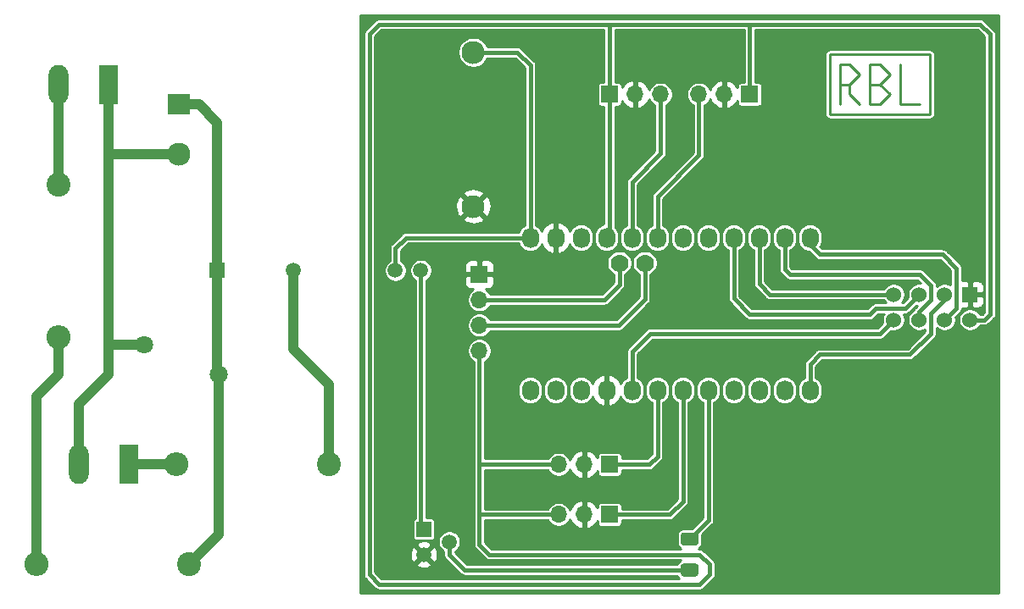
<source format=gbr>
%TF.GenerationSoftware,KiCad,Pcbnew,(5.1.12)-1*%
%TF.CreationDate,2021-12-22T01:37:08+01:00*%
%TF.ProjectId,PCB-rafballop,5043422d-7261-4666-9261-6c6c6f702e6b,rev?*%
%TF.SameCoordinates,Original*%
%TF.FileFunction,Copper,L2,Bot*%
%TF.FilePolarity,Positive*%
%FSLAX46Y46*%
G04 Gerber Fmt 4.6, Leading zero omitted, Abs format (unit mm)*
G04 Created by KiCad (PCBNEW (5.1.12)-1) date 2021-12-22 01:37:08*
%MOMM*%
%LPD*%
G01*
G04 APERTURE LIST*
%TA.AperFunction,ComponentPad*%
%ADD10C,1.524000*%
%TD*%
%TA.AperFunction,ComponentPad*%
%ADD11R,1.524000X1.524000*%
%TD*%
%TA.AperFunction,ComponentPad*%
%ADD12C,2.300000*%
%TD*%
%TA.AperFunction,ComponentPad*%
%ADD13R,2.300000X2.000000*%
%TD*%
%TA.AperFunction,ComponentPad*%
%ADD14O,2.400000X2.400000*%
%TD*%
%TA.AperFunction,ComponentPad*%
%ADD15C,2.400000*%
%TD*%
%TA.AperFunction,ComponentPad*%
%ADD16C,1.498600*%
%TD*%
%TA.AperFunction,ComponentPad*%
%ADD17R,1.498600X1.498600*%
%TD*%
%TA.AperFunction,ComponentPad*%
%ADD18C,1.800000*%
%TD*%
%TA.AperFunction,ComponentPad*%
%ADD19R,1.508000X1.508000*%
%TD*%
%TA.AperFunction,ComponentPad*%
%ADD20C,1.508000*%
%TD*%
%TA.AperFunction,ComponentPad*%
%ADD21O,1.700000X1.700000*%
%TD*%
%TA.AperFunction,ComponentPad*%
%ADD22R,1.700000X1.700000*%
%TD*%
%TA.AperFunction,ComponentPad*%
%ADD23O,1.980000X3.960000*%
%TD*%
%TA.AperFunction,ComponentPad*%
%ADD24R,1.980000X3.960000*%
%TD*%
%TA.AperFunction,ComponentPad*%
%ADD25O,1.727200X2.032000*%
%TD*%
%TA.AperFunction,ComponentPad*%
%ADD26C,1.778000*%
%TD*%
%TA.AperFunction,Conductor*%
%ADD27C,0.250000*%
%TD*%
%TA.AperFunction,Conductor*%
%ADD28C,0.406400*%
%TD*%
%TA.AperFunction,Conductor*%
%ADD29C,1.000000*%
%TD*%
%TA.AperFunction,Conductor*%
%ADD30C,0.254000*%
%TD*%
%TA.AperFunction,Conductor*%
%ADD31C,0.100000*%
%TD*%
G04 APERTURE END LIST*
D10*
%TO.P,U1,8*%
%TO.N,PROMINI_IRQ*%
X188380000Y-91540000D03*
%TO.P,U1,7*%
%TO.N,PROMINI_MISO*%
X188380000Y-89000000D03*
%TO.P,U1,6*%
%TO.N,PROMINI_MOSI*%
X190920000Y-91540000D03*
%TO.P,U1,5*%
%TO.N,PROMINI_SCK*%
X190920000Y-89000000D03*
%TO.P,U1,4*%
%TO.N,PROMINI_CSN*%
X193460000Y-91540000D03*
%TO.P,U1,3*%
%TO.N,PROMINI_CE*%
X193460000Y-89000000D03*
%TO.P,U1,2*%
%TO.N,VCC*%
X196000000Y-91540000D03*
D11*
%TO.P,U1,1*%
%TO.N,GND*%
X196000000Y-89000000D03*
%TD*%
D12*
%TO.P,PS1,4*%
%TO.N,GND*%
X146400000Y-80200000D03*
%TO.P,PS1,2*%
%TO.N,Net-(J1-Pad1)*%
X117000000Y-75000000D03*
D13*
%TO.P,PS1,1*%
%TO.N,AC+*%
X117000000Y-70000000D03*
D12*
%TO.P,PS1,3*%
%TO.N,VDD*%
X146400000Y-64800000D03*
%TD*%
D14*
%TO.P,F3,2*%
%TO.N,Net-(F2-Pad2)*%
X102760000Y-116000000D03*
D15*
%TO.P,F3,1*%
%TO.N,AC+*%
X118000000Y-116000000D03*
%TD*%
%TO.P,R1,2*%
%TO.N,PROMINI_PIN5*%
%TA.AperFunction,SMDPad,CuDef*%
G36*
G01*
X168625001Y-114100000D02*
X167374999Y-114100000D01*
G75*
G02*
X167125000Y-113850001I0J249999D01*
G01*
X167125000Y-113049999D01*
G75*
G02*
X167374999Y-112800000I249999J0D01*
G01*
X168625001Y-112800000D01*
G75*
G02*
X168875000Y-113049999I0J-249999D01*
G01*
X168875000Y-113850001D01*
G75*
G02*
X168625001Y-114100000I-249999J0D01*
G01*
G37*
%TD.AperFunction*%
%TO.P,R1,1*%
%TO.N,Net-(R1-Pad1)*%
%TA.AperFunction,SMDPad,CuDef*%
G36*
G01*
X168625001Y-117200000D02*
X167374999Y-117200000D01*
G75*
G02*
X167125000Y-116950001I0J249999D01*
G01*
X167125000Y-116149999D01*
G75*
G02*
X167374999Y-115900000I249999J0D01*
G01*
X168625001Y-115900000D01*
G75*
G02*
X168875000Y-116149999I0J-249999D01*
G01*
X168875000Y-116950001D01*
G75*
G02*
X168625001Y-117200000I-249999J0D01*
G01*
G37*
%TD.AperFunction*%
%TD*%
D16*
%TO.P,U2,3*%
%TO.N,GND*%
X141460000Y-115000000D03*
%TO.P,U2,2*%
%TO.N,Net-(R1-Pad1)*%
X144000000Y-113730000D03*
D17*
%TO.P,U2,1*%
%TO.N,BJT_C*%
X141460000Y-112460000D03*
%TD*%
D18*
%TO.P,RV1,2*%
%TO.N,Net-(J1-Pad1)*%
X113500000Y-94000000D03*
%TO.P,RV1,1*%
%TO.N,AC+*%
X121000000Y-97000000D03*
%TD*%
D19*
%TO.P,K1,1*%
%TO.N,AC+*%
X120840000Y-86600000D03*
D20*
%TO.P,K1,2*%
%TO.N,TB2*%
X128460000Y-86600000D03*
%TO.P,K1,3*%
%TO.N,VDD*%
X138620000Y-86600000D03*
%TO.P,K1,4*%
%TO.N,BJT_C*%
X141160000Y-86600000D03*
%TD*%
D21*
%TO.P,J7,3*%
%TO.N,PROMINI_A2*%
X168920000Y-69000000D03*
%TO.P,J7,2*%
%TO.N,GND*%
X171460000Y-69000000D03*
D22*
%TO.P,J7,1*%
%TO.N,VCC*%
X174000000Y-69000000D03*
%TD*%
D21*
%TO.P,J6,3*%
%TO.N,PROMINI_A3*%
X165080000Y-69000000D03*
%TO.P,J6,2*%
%TO.N,GND*%
X162540000Y-69000000D03*
D22*
%TO.P,J6,1*%
%TO.N,VCC*%
X160000000Y-69000000D03*
%TD*%
D21*
%TO.P,J5,4*%
%TO.N,VCC*%
X147000000Y-94620000D03*
%TO.P,J5,3*%
%TO.N,PROMINI_A4*%
X147000000Y-92080000D03*
%TO.P,J5,2*%
%TO.N,PROMINI_A5*%
X147000000Y-89540000D03*
D22*
%TO.P,J5,1*%
%TO.N,GND*%
X147000000Y-87000000D03*
%TD*%
D21*
%TO.P,J4,3*%
%TO.N,VCC*%
X154920000Y-111000000D03*
%TO.P,J4,2*%
%TO.N,GND*%
X157460000Y-111000000D03*
D22*
%TO.P,J4,1*%
%TO.N,PROMINI_PIN4*%
X160000000Y-111000000D03*
%TD*%
D21*
%TO.P,J3,3*%
%TO.N,VCC*%
X154920000Y-106000000D03*
%TO.P,J3,2*%
%TO.N,GND*%
X157460000Y-106000000D03*
D22*
%TO.P,J3,1*%
%TO.N,PROMINI_PIN3*%
X160000000Y-106000000D03*
%TD*%
D23*
%TO.P,J2,2*%
%TO.N,Net-(J1-Pad1)*%
X107000000Y-106000000D03*
D24*
%TO.P,J2,1*%
%TO.N,Net-(F1-Pad2)*%
X112000000Y-106000000D03*
%TD*%
D23*
%TO.P,J1,2*%
%TO.N,Net-(F2-Pad1)*%
X105000000Y-68000000D03*
D24*
%TO.P,J1,1*%
%TO.N,Net-(J1-Pad1)*%
X110000000Y-68000000D03*
%TD*%
D14*
%TO.P,F2,2*%
%TO.N,Net-(F2-Pad2)*%
X105000000Y-93240000D03*
D15*
%TO.P,F2,1*%
%TO.N,Net-(F2-Pad1)*%
X105000000Y-78000000D03*
%TD*%
D14*
%TO.P,F1,2*%
%TO.N,Net-(F1-Pad2)*%
X116760000Y-106000000D03*
D15*
%TO.P,F1,1*%
%TO.N,TB2*%
X132000000Y-106000000D03*
%TD*%
D25*
%TO.P,P1,1*%
%TO.N,/1(Tx)*%
X152090000Y-98570000D03*
%TO.P,P1,2*%
%TO.N,/0(Rx)*%
X154630000Y-98570000D03*
%TO.P,P1,3*%
%TO.N,/Reset*%
X157170000Y-98570000D03*
%TO.P,P1,4*%
%TO.N,GND*%
X159710000Y-98570000D03*
%TO.P,P1,5*%
%TO.N,PROMINI_IRQ*%
X162250000Y-98570000D03*
%TO.P,P1,6*%
%TO.N,PROMINI_PIN3*%
X164790000Y-98570000D03*
%TO.P,P1,7*%
%TO.N,PROMINI_PIN4*%
X167330000Y-98570000D03*
%TO.P,P1,8*%
%TO.N,PROMINI_PIN5*%
X169870000Y-98570000D03*
%TO.P,P1,9*%
%TO.N,/6(\u002A\u002A)*%
X172410000Y-98570000D03*
%TO.P,P1,10*%
%TO.N,/7*%
X174950000Y-98570000D03*
%TO.P,P1,11*%
%TO.N,/8*%
X177490000Y-98570000D03*
%TO.P,P1,12*%
%TO.N,PROMINI_CE*%
X180030000Y-98570000D03*
%TD*%
D26*
%TO.P,P3,1*%
%TO.N,PROMINI_A5*%
X160980000Y-85870000D03*
%TO.P,P3,2*%
%TO.N,PROMINI_A4*%
X163520000Y-85870000D03*
%TD*%
D25*
%TO.P,P4,1*%
%TO.N,VDD*%
X152090000Y-83330000D03*
%TO.P,P4,2*%
%TO.N,GND*%
X154630000Y-83330000D03*
%TO.P,P4,3*%
%TO.N,/Reset*%
X157170000Y-83330000D03*
%TO.P,P4,4*%
%TO.N,VCC*%
X159710000Y-83330000D03*
%TO.P,P4,5*%
%TO.N,PROMINI_A3*%
X162250000Y-83330000D03*
%TO.P,P4,6*%
%TO.N,PROMINI_A2*%
X164790000Y-83330000D03*
%TO.P,P4,7*%
%TO.N,/A1*%
X167330000Y-83330000D03*
%TO.P,P4,8*%
%TO.N,/A0*%
X169870000Y-83330000D03*
%TO.P,P4,9*%
%TO.N,PROMINI_SCK*%
X172410000Y-83330000D03*
%TO.P,P4,10*%
%TO.N,PROMINI_MISO*%
X174950000Y-83330000D03*
%TO.P,P4,11*%
%TO.N,PROMINI_MOSI*%
X177490000Y-83330000D03*
%TO.P,P4,12*%
%TO.N,PROMINI_CSN*%
X180030000Y-83330000D03*
%TD*%
D27*
%TO.N,*%
X183000000Y-66000000D02*
X183000000Y-70000000D01*
X183000000Y-66000000D02*
X184000000Y-66000000D01*
X184000000Y-66000000D02*
X185000000Y-67000000D01*
X185000000Y-67000000D02*
X184000000Y-68000000D01*
X184000000Y-68000000D02*
X183000000Y-68000000D01*
X186000000Y-66000000D02*
X186000000Y-70000000D01*
X186000000Y-66000000D02*
X187000000Y-66000000D01*
X187000000Y-66000000D02*
X188000000Y-67000000D01*
X188000000Y-67000000D02*
X187000000Y-68000000D01*
X187000000Y-68000000D02*
X186000000Y-68000000D01*
X187000000Y-68000000D02*
X188000000Y-69000000D01*
X187000000Y-70000000D02*
X188000000Y-69000000D01*
X187000000Y-70000000D02*
X186000000Y-70000000D01*
X189000000Y-66000000D02*
X189000000Y-70000000D01*
X189000000Y-70000000D02*
X191000000Y-70000000D01*
X182000000Y-71000000D02*
X192000000Y-71000000D01*
X192000000Y-71000000D02*
X192000000Y-65000000D01*
X192000000Y-65000000D02*
X182000000Y-65000000D01*
X182000000Y-65000000D02*
X182000000Y-71000000D01*
X184000000Y-69000000D02*
X185000000Y-70000000D01*
X184000000Y-68000000D02*
X184000000Y-69000000D01*
D28*
%TO.N,GND*%
X154630000Y-83330000D02*
X154630000Y-83370000D01*
X159710000Y-98831531D02*
X159710000Y-98570000D01*
X159710000Y-98570000D02*
X159710000Y-98831532D01*
X146400000Y-86400000D02*
X147000000Y-87000000D01*
X172000000Y-69080000D02*
X171920000Y-69000000D01*
%TO.N,VCC*%
X160306061Y-83330000D02*
X159710000Y-83330000D01*
X147000000Y-94620000D02*
X146620000Y-95000000D01*
X151920000Y-106000000D02*
X147000000Y-106000000D01*
X147000000Y-94620000D02*
X147000000Y-106000000D01*
X151920000Y-111000000D02*
X147000000Y-111000000D01*
X147000000Y-106000000D02*
X147000000Y-111000000D01*
X160000000Y-83040000D02*
X159710000Y-83330000D01*
X160000000Y-69000000D02*
X160000000Y-83040000D01*
X151920000Y-111000000D02*
X154920000Y-111000000D01*
X151920000Y-106000000D02*
X154920000Y-106000000D01*
X198000000Y-63000000D02*
X198000000Y-91000000D01*
X197000000Y-62000000D02*
X198000000Y-63000000D01*
X196000000Y-91540000D02*
X197460000Y-91540000D01*
X198000000Y-91000000D02*
X197460000Y-91540000D01*
X174000000Y-69000000D02*
X174000000Y-62000000D01*
X174000000Y-62000000D02*
X197000000Y-62000000D01*
X160000000Y-69000000D02*
X160000000Y-62000000D01*
X160000000Y-62000000D02*
X174000000Y-62000000D01*
X169000000Y-115000000D02*
X148000000Y-115000000D01*
X170000000Y-116000000D02*
X169000000Y-115000000D01*
X169000000Y-118000000D02*
X170000000Y-117000000D01*
X148000000Y-115000000D02*
X147000000Y-114000000D01*
X170000000Y-117000000D02*
X170000000Y-116000000D01*
X147000000Y-114000000D02*
X147000000Y-111000000D01*
X136000000Y-117000000D02*
X137000000Y-118000000D01*
X137000000Y-118000000D02*
X169000000Y-118000000D01*
X160000000Y-62000000D02*
X137000000Y-62000000D01*
X137000000Y-62000000D02*
X136000000Y-63000000D01*
X136000000Y-63000000D02*
X136000000Y-117000000D01*
D29*
%TO.N,Net-(F1-Pad2)*%
X116760000Y-106000000D02*
X112000000Y-106000000D01*
%TO.N,TB2*%
X132000000Y-99000000D02*
X132000000Y-106000000D01*
X128460000Y-86600000D02*
X128460000Y-94460000D01*
X132000000Y-98000000D02*
X132000000Y-99000000D01*
X128460000Y-94460000D02*
X132000000Y-98000000D01*
%TO.N,Net-(F2-Pad2)*%
X105000000Y-97000000D02*
X105000000Y-93240000D01*
X102760000Y-99240000D02*
X105000000Y-97000000D01*
X102760000Y-116000000D02*
X102760000Y-99240000D01*
%TO.N,Net-(F2-Pad1)*%
X105000000Y-68000000D02*
X105000000Y-78000000D01*
%TO.N,AC+*%
X118000000Y-116000000D02*
X120840000Y-113160000D01*
X119000000Y-70000000D02*
X117000000Y-70000000D01*
X120840000Y-71840000D02*
X119000000Y-70000000D01*
X120840000Y-97160000D02*
X121000000Y-97000000D01*
X121000000Y-86760000D02*
X120840000Y-86600000D01*
X120840000Y-71840000D02*
X120840000Y-86600000D01*
X120840000Y-96840000D02*
X121000000Y-97000000D01*
X120840000Y-86600000D02*
X120840000Y-96840000D01*
X121000000Y-97000000D02*
X121000000Y-113000000D01*
%TO.N,Net-(J1-Pad1)*%
X117000000Y-75000000D02*
X110000000Y-75000000D01*
X110000000Y-75000000D02*
X110000000Y-94000000D01*
X110000000Y-68000000D02*
X110000000Y-75000000D01*
X110000000Y-97000000D02*
X110000000Y-94000000D01*
X107000000Y-100000000D02*
X110000000Y-97000000D01*
X107000000Y-106000000D02*
X107000000Y-100000000D01*
X113500000Y-94000000D02*
X110000000Y-94000000D01*
D28*
%TO.N,PROMINI_PIN3*%
X164790000Y-105210000D02*
X164790000Y-102790000D01*
X164000000Y-106000000D02*
X164790000Y-105210000D01*
X164790000Y-102790000D02*
X164790000Y-98570000D01*
X164790000Y-103210000D02*
X164790000Y-102790000D01*
X164000000Y-106000000D02*
X160000000Y-106000000D01*
%TO.N,PROMINI_PIN4*%
X167330000Y-108670000D02*
X167330000Y-98570000D01*
X167330000Y-109670000D02*
X167330000Y-108670000D01*
X160000000Y-111000000D02*
X166000000Y-111000000D01*
X166000000Y-111000000D02*
X167330000Y-109670000D01*
%TO.N,PROMINI_A4*%
X163520000Y-89480000D02*
X163520000Y-85870000D01*
X160920000Y-92080000D02*
X163520000Y-89480000D01*
X147000000Y-92080000D02*
X160920000Y-92080000D01*
%TO.N,PROMINI_A5*%
X160980000Y-88020000D02*
X160980000Y-85870000D01*
X159460000Y-89540000D02*
X160980000Y-88020000D01*
X147000000Y-89540000D02*
X159460000Y-89540000D01*
%TO.N,PROMINI_A3*%
X165080000Y-74920000D02*
X165080000Y-69000000D01*
X162250000Y-77750000D02*
X165080000Y-74920000D01*
X162250000Y-83330000D02*
X162250000Y-77750000D01*
%TO.N,PROMINI_A2*%
X164790000Y-79210000D02*
X164790000Y-83330000D01*
X168920000Y-75080000D02*
X164790000Y-79210000D01*
X168920000Y-69000000D02*
X168920000Y-75080000D01*
%TO.N,VDD*%
X152090000Y-80090000D02*
X152090000Y-83330000D01*
X150800000Y-64800000D02*
X146400000Y-64800000D01*
X152090000Y-66090000D02*
X150800000Y-64800000D01*
X152090000Y-83330000D02*
X152090000Y-66090000D01*
X138620000Y-86600000D02*
X138620000Y-84380000D01*
X139670000Y-83330000D02*
X152090000Y-83330000D01*
X138620000Y-84380000D02*
X139670000Y-83330000D01*
%TO.N,BJT_C*%
X141160000Y-112160000D02*
X141460000Y-112460000D01*
X141160000Y-86600000D02*
X141160000Y-112160000D01*
%TO.N,PROMINI_IRQ*%
X162250000Y-94750000D02*
X162250000Y-98570000D01*
X164080000Y-92920000D02*
X162250000Y-94750000D01*
X187000000Y-92920000D02*
X164080000Y-92920000D01*
X188380000Y-91540000D02*
X187000000Y-92920000D01*
%TO.N,PROMINI_PIN5*%
X169870000Y-111580000D02*
X168000000Y-113450000D01*
X169870000Y-98570000D02*
X169870000Y-111580000D01*
%TO.N,PROMINI_CE*%
X180030000Y-95970000D02*
X180030000Y-98570000D01*
X181000000Y-95000000D02*
X180030000Y-95970000D01*
X190000000Y-95000000D02*
X181000000Y-95000000D01*
X192085201Y-92914799D02*
X190000000Y-95000000D01*
X192085201Y-90914799D02*
X192085201Y-92914799D01*
X193460000Y-89540000D02*
X192085201Y-90914799D01*
X193460000Y-89000000D02*
X193460000Y-89540000D01*
%TO.N,PROMINI_SCK*%
X190920000Y-89000000D02*
X189545201Y-90374799D01*
X172410000Y-83330000D02*
X172410000Y-89410000D01*
X172410000Y-89410000D02*
X174000000Y-91000000D01*
X174000000Y-91000000D02*
X186000000Y-91000000D01*
X186625201Y-90374799D02*
X186500000Y-90500000D01*
X189545201Y-90374799D02*
X186625201Y-90374799D01*
X186000000Y-91000000D02*
X186500000Y-90500000D01*
%TO.N,PROMINI_MISO*%
X177000000Y-89000000D02*
X188380000Y-89000000D01*
X176000000Y-89000000D02*
X177000000Y-89000000D01*
X174950000Y-87950000D02*
X176000000Y-89000000D01*
X174950000Y-83330000D02*
X174950000Y-87950000D01*
%TO.N,PROMINI_MOSI*%
X190920000Y-90724498D02*
X190920000Y-91540000D01*
X192085201Y-89559297D02*
X190920000Y-90724498D01*
X192085201Y-88085201D02*
X192085201Y-89559297D01*
X191000000Y-87000000D02*
X192085201Y-88085201D01*
X178000000Y-87000000D02*
X191000000Y-87000000D01*
X177490000Y-86490000D02*
X178000000Y-87000000D01*
X177490000Y-83330000D02*
X177490000Y-86490000D01*
%TO.N,PROMINI_CSN*%
X194625201Y-90374799D02*
X193460000Y-91540000D01*
X193250402Y-85000000D02*
X194625201Y-86374799D01*
X194625201Y-86374799D02*
X194625201Y-90374799D01*
X193250402Y-85000000D02*
X181000000Y-85000000D01*
X181000000Y-85000000D02*
X180000000Y-84000000D01*
X180030000Y-83970000D02*
X180030000Y-83330000D01*
X180000000Y-84000000D02*
X180030000Y-83970000D01*
%TO.N,Net-(R1-Pad1)*%
X144000000Y-115000000D02*
X145550000Y-116550000D01*
X144000000Y-113730000D02*
X144000000Y-115000000D01*
X168000000Y-116550000D02*
X145550000Y-116550000D01*
%TD*%
D30*
%TO.N,GND*%
X198873000Y-118873000D02*
X135127000Y-118873000D01*
X135127000Y-63000000D01*
X135416994Y-63000000D01*
X135419800Y-63028491D01*
X135419801Y-116971499D01*
X135416994Y-117000000D01*
X135428196Y-117113739D01*
X135461373Y-117223107D01*
X135515248Y-117323901D01*
X135569584Y-117390110D01*
X135569588Y-117390114D01*
X135587753Y-117412248D01*
X135609887Y-117430413D01*
X136569582Y-118390108D01*
X136587752Y-118412248D01*
X136609890Y-118430416D01*
X136676098Y-118484753D01*
X136776893Y-118538628D01*
X136886260Y-118571805D01*
X137000000Y-118583007D01*
X137028501Y-118580200D01*
X168971509Y-118580200D01*
X169000000Y-118583006D01*
X169028491Y-118580200D01*
X169028501Y-118580200D01*
X169113739Y-118571805D01*
X169223107Y-118538628D01*
X169323901Y-118484753D01*
X169412248Y-118412248D01*
X169430418Y-118390108D01*
X170390109Y-117430417D01*
X170412248Y-117412248D01*
X170445316Y-117371955D01*
X170484753Y-117323902D01*
X170538628Y-117223107D01*
X170571805Y-117113740D01*
X170583007Y-117000000D01*
X170580200Y-116971499D01*
X170580200Y-116028501D01*
X170583007Y-116000000D01*
X170571805Y-115886260D01*
X170538628Y-115776893D01*
X170484753Y-115676098D01*
X170430416Y-115609890D01*
X170412248Y-115587752D01*
X170390108Y-115569582D01*
X169430416Y-114609890D01*
X169412248Y-114587752D01*
X169323901Y-114515247D01*
X169223107Y-114461372D01*
X169113739Y-114428195D01*
X169028501Y-114419800D01*
X169028491Y-114419800D01*
X169000000Y-114416994D01*
X168971509Y-114419800D01*
X168886516Y-114419800D01*
X168974356Y-114372848D01*
X169069646Y-114294646D01*
X169147848Y-114199356D01*
X169205958Y-114090641D01*
X169241741Y-113972678D01*
X169253824Y-113850001D01*
X169253824Y-113049999D01*
X169250839Y-113019688D01*
X170260114Y-112010413D01*
X170282248Y-111992248D01*
X170300413Y-111970114D01*
X170300416Y-111970111D01*
X170354752Y-111903902D01*
X170383563Y-111850000D01*
X170408628Y-111803107D01*
X170441805Y-111693739D01*
X170450200Y-111608501D01*
X170450200Y-111608492D01*
X170453006Y-111580001D01*
X170450200Y-111551510D01*
X170450200Y-99818977D01*
X170562575Y-99758912D01*
X170751481Y-99603881D01*
X170906512Y-99414974D01*
X171021710Y-99199453D01*
X171092649Y-98965599D01*
X171110600Y-98783339D01*
X171110600Y-98356661D01*
X171169400Y-98356661D01*
X171169400Y-98783340D01*
X171187351Y-98965600D01*
X171258290Y-99199454D01*
X171373489Y-99414975D01*
X171528520Y-99603881D01*
X171717426Y-99758912D01*
X171932947Y-99874110D01*
X172166801Y-99945049D01*
X172410000Y-99969002D01*
X172653200Y-99945049D01*
X172887054Y-99874110D01*
X173102575Y-99758912D01*
X173291481Y-99603881D01*
X173446512Y-99414974D01*
X173561710Y-99199453D01*
X173632649Y-98965599D01*
X173650600Y-98783339D01*
X173650600Y-98356661D01*
X173709400Y-98356661D01*
X173709400Y-98783340D01*
X173727351Y-98965600D01*
X173798290Y-99199454D01*
X173913489Y-99414975D01*
X174068520Y-99603881D01*
X174257426Y-99758912D01*
X174472947Y-99874110D01*
X174706801Y-99945049D01*
X174950000Y-99969002D01*
X175193200Y-99945049D01*
X175427054Y-99874110D01*
X175642575Y-99758912D01*
X175831481Y-99603881D01*
X175986512Y-99414974D01*
X176101710Y-99199453D01*
X176172649Y-98965599D01*
X176190600Y-98783339D01*
X176190600Y-98356661D01*
X176249400Y-98356661D01*
X176249400Y-98783340D01*
X176267351Y-98965600D01*
X176338290Y-99199454D01*
X176453489Y-99414975D01*
X176608520Y-99603881D01*
X176797426Y-99758912D01*
X177012947Y-99874110D01*
X177246801Y-99945049D01*
X177490000Y-99969002D01*
X177733200Y-99945049D01*
X177967054Y-99874110D01*
X178182575Y-99758912D01*
X178371481Y-99603881D01*
X178526512Y-99414974D01*
X178641710Y-99199453D01*
X178712649Y-98965599D01*
X178730600Y-98783339D01*
X178730600Y-98356660D01*
X178712649Y-98174400D01*
X178641710Y-97940546D01*
X178526512Y-97725025D01*
X178371481Y-97536119D01*
X178182574Y-97381088D01*
X177967053Y-97265890D01*
X177733199Y-97194951D01*
X177490000Y-97170998D01*
X177246800Y-97194951D01*
X177012946Y-97265890D01*
X176797425Y-97381088D01*
X176608519Y-97536119D01*
X176453488Y-97725026D01*
X176338290Y-97940547D01*
X176267351Y-98174401D01*
X176249400Y-98356661D01*
X176190600Y-98356661D01*
X176190600Y-98356660D01*
X176172649Y-98174400D01*
X176101710Y-97940546D01*
X175986512Y-97725025D01*
X175831481Y-97536119D01*
X175642574Y-97381088D01*
X175427053Y-97265890D01*
X175193199Y-97194951D01*
X174950000Y-97170998D01*
X174706800Y-97194951D01*
X174472946Y-97265890D01*
X174257425Y-97381088D01*
X174068519Y-97536119D01*
X173913488Y-97725026D01*
X173798290Y-97940547D01*
X173727351Y-98174401D01*
X173709400Y-98356661D01*
X173650600Y-98356661D01*
X173650600Y-98356660D01*
X173632649Y-98174400D01*
X173561710Y-97940546D01*
X173446512Y-97725025D01*
X173291481Y-97536119D01*
X173102574Y-97381088D01*
X172887053Y-97265890D01*
X172653199Y-97194951D01*
X172410000Y-97170998D01*
X172166800Y-97194951D01*
X171932946Y-97265890D01*
X171717425Y-97381088D01*
X171528519Y-97536119D01*
X171373488Y-97725026D01*
X171258290Y-97940547D01*
X171187351Y-98174401D01*
X171169400Y-98356661D01*
X171110600Y-98356661D01*
X171110600Y-98356660D01*
X171092649Y-98174400D01*
X171021710Y-97940546D01*
X170906512Y-97725025D01*
X170751481Y-97536119D01*
X170562574Y-97381088D01*
X170347053Y-97265890D01*
X170113199Y-97194951D01*
X169870000Y-97170998D01*
X169626800Y-97194951D01*
X169392946Y-97265890D01*
X169177425Y-97381088D01*
X168988519Y-97536119D01*
X168833488Y-97725026D01*
X168718290Y-97940547D01*
X168647351Y-98174401D01*
X168629400Y-98356661D01*
X168629400Y-98783340D01*
X168647351Y-98965600D01*
X168718290Y-99199454D01*
X168833489Y-99414975D01*
X168988520Y-99603881D01*
X169177426Y-99758912D01*
X169289800Y-99818977D01*
X169289801Y-111339672D01*
X168208298Y-112421176D01*
X167374999Y-112421176D01*
X167252322Y-112433259D01*
X167134359Y-112469042D01*
X167025644Y-112527152D01*
X166930354Y-112605354D01*
X166852152Y-112700644D01*
X166794042Y-112809359D01*
X166758259Y-112927322D01*
X166746176Y-113049999D01*
X166746176Y-113850001D01*
X166758259Y-113972678D01*
X166794042Y-114090641D01*
X166852152Y-114199356D01*
X166930354Y-114294646D01*
X167025644Y-114372848D01*
X167113484Y-114419800D01*
X148240326Y-114419800D01*
X147580200Y-113759674D01*
X147580200Y-111580200D01*
X153832232Y-111580200D01*
X153832647Y-111581202D01*
X153966927Y-111782167D01*
X154137833Y-111953073D01*
X154338798Y-112087353D01*
X154562097Y-112179847D01*
X154799151Y-112227000D01*
X155040849Y-112227000D01*
X155277903Y-112179847D01*
X155501202Y-112087353D01*
X155702167Y-111953073D01*
X155873073Y-111782167D01*
X156007353Y-111581202D01*
X156056231Y-111463202D01*
X156115843Y-111631252D01*
X156264822Y-111881355D01*
X156459731Y-112097588D01*
X156693080Y-112271641D01*
X156955901Y-112396825D01*
X157103110Y-112441476D01*
X157333000Y-112320155D01*
X157333000Y-111127000D01*
X157313000Y-111127000D01*
X157313000Y-110873000D01*
X157333000Y-110873000D01*
X157333000Y-109679845D01*
X157587000Y-109679845D01*
X157587000Y-110873000D01*
X157607000Y-110873000D01*
X157607000Y-111127000D01*
X157587000Y-111127000D01*
X157587000Y-112320155D01*
X157816890Y-112441476D01*
X157964099Y-112396825D01*
X158226920Y-112271641D01*
X158460269Y-112097588D01*
X158655178Y-111881355D01*
X158771176Y-111686620D01*
X158771176Y-111850000D01*
X158778455Y-111923905D01*
X158800012Y-111994970D01*
X158835019Y-112060463D01*
X158882131Y-112117869D01*
X158939537Y-112164981D01*
X159005030Y-112199988D01*
X159076095Y-112221545D01*
X159150000Y-112228824D01*
X160850000Y-112228824D01*
X160923905Y-112221545D01*
X160994970Y-112199988D01*
X161060463Y-112164981D01*
X161117869Y-112117869D01*
X161164981Y-112060463D01*
X161199988Y-111994970D01*
X161221545Y-111923905D01*
X161228824Y-111850000D01*
X161228824Y-111580200D01*
X165971509Y-111580200D01*
X166000000Y-111583006D01*
X166028491Y-111580200D01*
X166028501Y-111580200D01*
X166113739Y-111571805D01*
X166223107Y-111538628D01*
X166323901Y-111484753D01*
X166412248Y-111412248D01*
X166430418Y-111390108D01*
X167720115Y-110100412D01*
X167742248Y-110082248D01*
X167760413Y-110060114D01*
X167760416Y-110060111D01*
X167814752Y-109993902D01*
X167814753Y-109993901D01*
X167868628Y-109893107D01*
X167901805Y-109783739D01*
X167910200Y-109698501D01*
X167910200Y-109698492D01*
X167913006Y-109670001D01*
X167910200Y-109641510D01*
X167910200Y-99818977D01*
X168022575Y-99758912D01*
X168211481Y-99603881D01*
X168366512Y-99414974D01*
X168481710Y-99199453D01*
X168552649Y-98965599D01*
X168570600Y-98783339D01*
X168570600Y-98356660D01*
X168552649Y-98174400D01*
X168481710Y-97940546D01*
X168366512Y-97725025D01*
X168211481Y-97536119D01*
X168022574Y-97381088D01*
X167807053Y-97265890D01*
X167573199Y-97194951D01*
X167330000Y-97170998D01*
X167086800Y-97194951D01*
X166852946Y-97265890D01*
X166637425Y-97381088D01*
X166448519Y-97536119D01*
X166293488Y-97725026D01*
X166178290Y-97940547D01*
X166107351Y-98174401D01*
X166089400Y-98356661D01*
X166089400Y-98783340D01*
X166107351Y-98965600D01*
X166178290Y-99199454D01*
X166293489Y-99414975D01*
X166448520Y-99603881D01*
X166637426Y-99758912D01*
X166749801Y-99818977D01*
X166749800Y-108698500D01*
X166749801Y-108698510D01*
X166749800Y-109429673D01*
X165759674Y-110419800D01*
X161228824Y-110419800D01*
X161228824Y-110150000D01*
X161221545Y-110076095D01*
X161199988Y-110005030D01*
X161164981Y-109939537D01*
X161117869Y-109882131D01*
X161060463Y-109835019D01*
X160994970Y-109800012D01*
X160923905Y-109778455D01*
X160850000Y-109771176D01*
X159150000Y-109771176D01*
X159076095Y-109778455D01*
X159005030Y-109800012D01*
X158939537Y-109835019D01*
X158882131Y-109882131D01*
X158835019Y-109939537D01*
X158800012Y-110005030D01*
X158778455Y-110076095D01*
X158771176Y-110150000D01*
X158771176Y-110313380D01*
X158655178Y-110118645D01*
X158460269Y-109902412D01*
X158226920Y-109728359D01*
X157964099Y-109603175D01*
X157816890Y-109558524D01*
X157587000Y-109679845D01*
X157333000Y-109679845D01*
X157103110Y-109558524D01*
X156955901Y-109603175D01*
X156693080Y-109728359D01*
X156459731Y-109902412D01*
X156264822Y-110118645D01*
X156115843Y-110368748D01*
X156056231Y-110536798D01*
X156007353Y-110418798D01*
X155873073Y-110217833D01*
X155702167Y-110046927D01*
X155501202Y-109912647D01*
X155277903Y-109820153D01*
X155040849Y-109773000D01*
X154799151Y-109773000D01*
X154562097Y-109820153D01*
X154338798Y-109912647D01*
X154137833Y-110046927D01*
X153966927Y-110217833D01*
X153832647Y-110418798D01*
X153832232Y-110419800D01*
X147580200Y-110419800D01*
X147580200Y-106580200D01*
X153832232Y-106580200D01*
X153832647Y-106581202D01*
X153966927Y-106782167D01*
X154137833Y-106953073D01*
X154338798Y-107087353D01*
X154562097Y-107179847D01*
X154799151Y-107227000D01*
X155040849Y-107227000D01*
X155277903Y-107179847D01*
X155501202Y-107087353D01*
X155702167Y-106953073D01*
X155873073Y-106782167D01*
X156007353Y-106581202D01*
X156056231Y-106463202D01*
X156115843Y-106631252D01*
X156264822Y-106881355D01*
X156459731Y-107097588D01*
X156693080Y-107271641D01*
X156955901Y-107396825D01*
X157103110Y-107441476D01*
X157333000Y-107320155D01*
X157333000Y-106127000D01*
X157313000Y-106127000D01*
X157313000Y-105873000D01*
X157333000Y-105873000D01*
X157333000Y-104679845D01*
X157587000Y-104679845D01*
X157587000Y-105873000D01*
X157607000Y-105873000D01*
X157607000Y-106127000D01*
X157587000Y-106127000D01*
X157587000Y-107320155D01*
X157816890Y-107441476D01*
X157964099Y-107396825D01*
X158226920Y-107271641D01*
X158460269Y-107097588D01*
X158655178Y-106881355D01*
X158771176Y-106686620D01*
X158771176Y-106850000D01*
X158778455Y-106923905D01*
X158800012Y-106994970D01*
X158835019Y-107060463D01*
X158882131Y-107117869D01*
X158939537Y-107164981D01*
X159005030Y-107199988D01*
X159076095Y-107221545D01*
X159150000Y-107228824D01*
X160850000Y-107228824D01*
X160923905Y-107221545D01*
X160994970Y-107199988D01*
X161060463Y-107164981D01*
X161117869Y-107117869D01*
X161164981Y-107060463D01*
X161199988Y-106994970D01*
X161221545Y-106923905D01*
X161228824Y-106850000D01*
X161228824Y-106580200D01*
X163971509Y-106580200D01*
X164000000Y-106583006D01*
X164028491Y-106580200D01*
X164028501Y-106580200D01*
X164113739Y-106571805D01*
X164223107Y-106538628D01*
X164323901Y-106484753D01*
X164412248Y-106412248D01*
X164430418Y-106390108D01*
X165180109Y-105640417D01*
X165202248Y-105622248D01*
X165235316Y-105581955D01*
X165274753Y-105533902D01*
X165328628Y-105433107D01*
X165348151Y-105368748D01*
X165361805Y-105323739D01*
X165370200Y-105238501D01*
X165370200Y-105238491D01*
X165373006Y-105210000D01*
X165370200Y-105181509D01*
X165370200Y-99818977D01*
X165482575Y-99758912D01*
X165671481Y-99603881D01*
X165826512Y-99414974D01*
X165941710Y-99199453D01*
X166012649Y-98965599D01*
X166030600Y-98783339D01*
X166030600Y-98356660D01*
X166012649Y-98174400D01*
X165941710Y-97940546D01*
X165826512Y-97725025D01*
X165671481Y-97536119D01*
X165482574Y-97381088D01*
X165267053Y-97265890D01*
X165033199Y-97194951D01*
X164790000Y-97170998D01*
X164546800Y-97194951D01*
X164312946Y-97265890D01*
X164097425Y-97381088D01*
X163908519Y-97536119D01*
X163753488Y-97725026D01*
X163638290Y-97940547D01*
X163567351Y-98174401D01*
X163549400Y-98356661D01*
X163549400Y-98783340D01*
X163567351Y-98965600D01*
X163638290Y-99199454D01*
X163753489Y-99414975D01*
X163908520Y-99603881D01*
X164097426Y-99758912D01*
X164209801Y-99818977D01*
X164209800Y-102761499D01*
X164209800Y-103238500D01*
X164209801Y-103238508D01*
X164209800Y-104969674D01*
X163759674Y-105419800D01*
X161228824Y-105419800D01*
X161228824Y-105150000D01*
X161221545Y-105076095D01*
X161199988Y-105005030D01*
X161164981Y-104939537D01*
X161117869Y-104882131D01*
X161060463Y-104835019D01*
X160994970Y-104800012D01*
X160923905Y-104778455D01*
X160850000Y-104771176D01*
X159150000Y-104771176D01*
X159076095Y-104778455D01*
X159005030Y-104800012D01*
X158939537Y-104835019D01*
X158882131Y-104882131D01*
X158835019Y-104939537D01*
X158800012Y-105005030D01*
X158778455Y-105076095D01*
X158771176Y-105150000D01*
X158771176Y-105313380D01*
X158655178Y-105118645D01*
X158460269Y-104902412D01*
X158226920Y-104728359D01*
X157964099Y-104603175D01*
X157816890Y-104558524D01*
X157587000Y-104679845D01*
X157333000Y-104679845D01*
X157103110Y-104558524D01*
X156955901Y-104603175D01*
X156693080Y-104728359D01*
X156459731Y-104902412D01*
X156264822Y-105118645D01*
X156115843Y-105368748D01*
X156056231Y-105536798D01*
X156007353Y-105418798D01*
X155873073Y-105217833D01*
X155702167Y-105046927D01*
X155501202Y-104912647D01*
X155277903Y-104820153D01*
X155040849Y-104773000D01*
X154799151Y-104773000D01*
X154562097Y-104820153D01*
X154338798Y-104912647D01*
X154137833Y-105046927D01*
X153966927Y-105217833D01*
X153832647Y-105418798D01*
X153832232Y-105419800D01*
X147580200Y-105419800D01*
X147580200Y-98356661D01*
X150849400Y-98356661D01*
X150849400Y-98783340D01*
X150867351Y-98965600D01*
X150938290Y-99199454D01*
X151053489Y-99414975D01*
X151208520Y-99603881D01*
X151397426Y-99758912D01*
X151612947Y-99874110D01*
X151846801Y-99945049D01*
X152090000Y-99969002D01*
X152333200Y-99945049D01*
X152567054Y-99874110D01*
X152782575Y-99758912D01*
X152971481Y-99603881D01*
X153126512Y-99414974D01*
X153241710Y-99199453D01*
X153312649Y-98965599D01*
X153330600Y-98783339D01*
X153330600Y-98356661D01*
X153389400Y-98356661D01*
X153389400Y-98783340D01*
X153407351Y-98965600D01*
X153478290Y-99199454D01*
X153593489Y-99414975D01*
X153748520Y-99603881D01*
X153937426Y-99758912D01*
X154152947Y-99874110D01*
X154386801Y-99945049D01*
X154630000Y-99969002D01*
X154873200Y-99945049D01*
X155107054Y-99874110D01*
X155322575Y-99758912D01*
X155511481Y-99603881D01*
X155666512Y-99414974D01*
X155781710Y-99199453D01*
X155852649Y-98965599D01*
X155870600Y-98783339D01*
X155870600Y-98356661D01*
X155929400Y-98356661D01*
X155929400Y-98783340D01*
X155947351Y-98965600D01*
X156018290Y-99199454D01*
X156133489Y-99414975D01*
X156288520Y-99603881D01*
X156477426Y-99758912D01*
X156692947Y-99874110D01*
X156926801Y-99945049D01*
X157170000Y-99969002D01*
X157413200Y-99945049D01*
X157647054Y-99874110D01*
X157862575Y-99758912D01*
X158051481Y-99603881D01*
X158206512Y-99414974D01*
X158302485Y-99235420D01*
X158418046Y-99484321D01*
X158591514Y-99721729D01*
X158807965Y-99920733D01*
X159059081Y-100073686D01*
X159335211Y-100174709D01*
X159350974Y-100177358D01*
X159583000Y-100056217D01*
X159583000Y-98697000D01*
X159563000Y-98697000D01*
X159563000Y-98443000D01*
X159583000Y-98443000D01*
X159583000Y-97083783D01*
X159837000Y-97083783D01*
X159837000Y-98443000D01*
X159857000Y-98443000D01*
X159857000Y-98697000D01*
X159837000Y-98697000D01*
X159837000Y-100056217D01*
X160069026Y-100177358D01*
X160084789Y-100174709D01*
X160360919Y-100073686D01*
X160612035Y-99920733D01*
X160828486Y-99721729D01*
X161001954Y-99484321D01*
X161117515Y-99235420D01*
X161213489Y-99414975D01*
X161368520Y-99603881D01*
X161557426Y-99758912D01*
X161772947Y-99874110D01*
X162006801Y-99945049D01*
X162250000Y-99969002D01*
X162493200Y-99945049D01*
X162727054Y-99874110D01*
X162942575Y-99758912D01*
X163131481Y-99603881D01*
X163286512Y-99414974D01*
X163401710Y-99199453D01*
X163472649Y-98965599D01*
X163490600Y-98783339D01*
X163490600Y-98356660D01*
X163472649Y-98174400D01*
X163401710Y-97940546D01*
X163286512Y-97725025D01*
X163131481Y-97536119D01*
X162942574Y-97381088D01*
X162830200Y-97321023D01*
X162830200Y-94990326D01*
X164320326Y-93500200D01*
X186971509Y-93500200D01*
X187000000Y-93503006D01*
X187028491Y-93500200D01*
X187028501Y-93500200D01*
X187113739Y-93491805D01*
X187223107Y-93458628D01*
X187323901Y-93404753D01*
X187412248Y-93332248D01*
X187430418Y-93310108D01*
X188095752Y-92644774D01*
X188267818Y-92679000D01*
X188492182Y-92679000D01*
X188712234Y-92635229D01*
X188919519Y-92549369D01*
X189106070Y-92424719D01*
X189264719Y-92266070D01*
X189389369Y-92079519D01*
X189475229Y-91872234D01*
X189519000Y-91652182D01*
X189519000Y-91427818D01*
X189475229Y-91207766D01*
X189389369Y-91000481D01*
X189358979Y-90954999D01*
X189516710Y-90954999D01*
X189545201Y-90957805D01*
X189573692Y-90954999D01*
X189573702Y-90954999D01*
X189658940Y-90946604D01*
X189768308Y-90913427D01*
X189869102Y-90859552D01*
X189957449Y-90787047D01*
X189975619Y-90764907D01*
X190635752Y-90104774D01*
X190705353Y-90118619D01*
X190529892Y-90294080D01*
X190507752Y-90312250D01*
X190435247Y-90400598D01*
X190381372Y-90501392D01*
X190370474Y-90537318D01*
X190193930Y-90655281D01*
X190035281Y-90813930D01*
X189910631Y-91000481D01*
X189824771Y-91207766D01*
X189781000Y-91427818D01*
X189781000Y-91652182D01*
X189824771Y-91872234D01*
X189910631Y-92079519D01*
X190035281Y-92266070D01*
X190193930Y-92424719D01*
X190380481Y-92549369D01*
X190587766Y-92635229D01*
X190807818Y-92679000D01*
X191032182Y-92679000D01*
X191252234Y-92635229D01*
X191459519Y-92549369D01*
X191505002Y-92518978D01*
X191505002Y-92674472D01*
X189759674Y-94419800D01*
X181028490Y-94419800D01*
X180999999Y-94416994D01*
X180971508Y-94419800D01*
X180971499Y-94419800D01*
X180886261Y-94428195D01*
X180776893Y-94461372D01*
X180676099Y-94515247D01*
X180676097Y-94515248D01*
X180676098Y-94515248D01*
X180609889Y-94569584D01*
X180609886Y-94569587D01*
X180587752Y-94587752D01*
X180569587Y-94609886D01*
X179639892Y-95539582D01*
X179617752Y-95557752D01*
X179545247Y-95646100D01*
X179491372Y-95746894D01*
X179458195Y-95856262D01*
X179449800Y-95941500D01*
X179449800Y-95941509D01*
X179446994Y-95970000D01*
X179449800Y-95998491D01*
X179449801Y-97321022D01*
X179337425Y-97381088D01*
X179148519Y-97536119D01*
X178993488Y-97725026D01*
X178878290Y-97940547D01*
X178807351Y-98174401D01*
X178789400Y-98356661D01*
X178789400Y-98783340D01*
X178807351Y-98965600D01*
X178878290Y-99199454D01*
X178993489Y-99414975D01*
X179148520Y-99603881D01*
X179337426Y-99758912D01*
X179552947Y-99874110D01*
X179786801Y-99945049D01*
X180030000Y-99969002D01*
X180273200Y-99945049D01*
X180507054Y-99874110D01*
X180722575Y-99758912D01*
X180911481Y-99603881D01*
X181066512Y-99414974D01*
X181181710Y-99199453D01*
X181252649Y-98965599D01*
X181270600Y-98783339D01*
X181270600Y-98356660D01*
X181252649Y-98174400D01*
X181181710Y-97940546D01*
X181066512Y-97725025D01*
X180911481Y-97536119D01*
X180722574Y-97381088D01*
X180610200Y-97321023D01*
X180610200Y-96210326D01*
X181240327Y-95580200D01*
X189971509Y-95580200D01*
X190000000Y-95583006D01*
X190028491Y-95580200D01*
X190028501Y-95580200D01*
X190113739Y-95571805D01*
X190223107Y-95538628D01*
X190323901Y-95484753D01*
X190412248Y-95412248D01*
X190430418Y-95390108D01*
X192475309Y-93345217D01*
X192497449Y-93327047D01*
X192552599Y-93259847D01*
X192569954Y-93238701D01*
X192623829Y-93137906D01*
X192657006Y-93028539D01*
X192668208Y-92914799D01*
X192665401Y-92886298D01*
X192665401Y-92356190D01*
X192733930Y-92424719D01*
X192920481Y-92549369D01*
X193127766Y-92635229D01*
X193347818Y-92679000D01*
X193572182Y-92679000D01*
X193792234Y-92635229D01*
X193999519Y-92549369D01*
X194186070Y-92424719D01*
X194344719Y-92266070D01*
X194469369Y-92079519D01*
X194555229Y-91872234D01*
X194599000Y-91652182D01*
X194599000Y-91427818D01*
X194564774Y-91255752D01*
X195015315Y-90805212D01*
X195037449Y-90787047D01*
X195055614Y-90764913D01*
X195055617Y-90764910D01*
X195109953Y-90698701D01*
X195111398Y-90695998D01*
X195163829Y-90597906D01*
X195197006Y-90488538D01*
X195205401Y-90403300D01*
X195205401Y-90403291D01*
X195206028Y-90396923D01*
X195238000Y-90400072D01*
X195714250Y-90397000D01*
X195873000Y-90238250D01*
X195873000Y-89127000D01*
X196127000Y-89127000D01*
X196127000Y-90238250D01*
X196285750Y-90397000D01*
X196762000Y-90400072D01*
X196886482Y-90387812D01*
X197006180Y-90351502D01*
X197116494Y-90292537D01*
X197213185Y-90213185D01*
X197292537Y-90116494D01*
X197351502Y-90006180D01*
X197387812Y-89886482D01*
X197400072Y-89762000D01*
X197397000Y-89285750D01*
X197238250Y-89127000D01*
X196127000Y-89127000D01*
X195873000Y-89127000D01*
X195853000Y-89127000D01*
X195853000Y-88873000D01*
X195873000Y-88873000D01*
X195873000Y-87761750D01*
X196127000Y-87761750D01*
X196127000Y-88873000D01*
X197238250Y-88873000D01*
X197397000Y-88714250D01*
X197400072Y-88238000D01*
X197387812Y-88113518D01*
X197351502Y-87993820D01*
X197292537Y-87883506D01*
X197213185Y-87786815D01*
X197116494Y-87707463D01*
X197006180Y-87648498D01*
X196886482Y-87612188D01*
X196762000Y-87599928D01*
X196285750Y-87603000D01*
X196127000Y-87761750D01*
X195873000Y-87761750D01*
X195714250Y-87603000D01*
X195238000Y-87599928D01*
X195205401Y-87603139D01*
X195205401Y-86403289D01*
X195208207Y-86374798D01*
X195205401Y-86346307D01*
X195205401Y-86346298D01*
X195197006Y-86261060D01*
X195163829Y-86151692D01*
X195109954Y-86050898D01*
X195063825Y-85994690D01*
X195055617Y-85984688D01*
X195055614Y-85984685D01*
X195037449Y-85962551D01*
X195015316Y-85944387D01*
X193680818Y-84609890D01*
X193662650Y-84587752D01*
X193574303Y-84515247D01*
X193473509Y-84461372D01*
X193364141Y-84428195D01*
X193278903Y-84419800D01*
X193278893Y-84419800D01*
X193250402Y-84416994D01*
X193221911Y-84419800D01*
X181240326Y-84419800D01*
X181034503Y-84213977D01*
X181066512Y-84174974D01*
X181181710Y-83959453D01*
X181252649Y-83725599D01*
X181270600Y-83543339D01*
X181270600Y-83116660D01*
X181252649Y-82934400D01*
X181181710Y-82700546D01*
X181066512Y-82485025D01*
X180911481Y-82296119D01*
X180722574Y-82141088D01*
X180507053Y-82025890D01*
X180273199Y-81954951D01*
X180030000Y-81930998D01*
X179786800Y-81954951D01*
X179552946Y-82025890D01*
X179337425Y-82141088D01*
X179148519Y-82296119D01*
X178993488Y-82485026D01*
X178878290Y-82700547D01*
X178807351Y-82934401D01*
X178789400Y-83116661D01*
X178789400Y-83543340D01*
X178807351Y-83725600D01*
X178878290Y-83959454D01*
X178993489Y-84174975D01*
X179148520Y-84363881D01*
X179337426Y-84518912D01*
X179552947Y-84634110D01*
X179786801Y-84705049D01*
X179895199Y-84715725D01*
X180569582Y-85390108D01*
X180587752Y-85412248D01*
X180609890Y-85430416D01*
X180676098Y-85484753D01*
X180776893Y-85538628D01*
X180886260Y-85571805D01*
X181000000Y-85583007D01*
X181028501Y-85580200D01*
X193010076Y-85580200D01*
X194045001Y-86615126D01*
X194045001Y-88021022D01*
X193999519Y-87990631D01*
X193792234Y-87904771D01*
X193572182Y-87861000D01*
X193347818Y-87861000D01*
X193127766Y-87904771D01*
X192920481Y-87990631D01*
X192733930Y-88115281D01*
X192665401Y-88183810D01*
X192665401Y-88113692D01*
X192668207Y-88085201D01*
X192665401Y-88056710D01*
X192665401Y-88056700D01*
X192657006Y-87971462D01*
X192630324Y-87883506D01*
X192623829Y-87862093D01*
X192583592Y-87786815D01*
X192569954Y-87761300D01*
X192516445Y-87696099D01*
X192515617Y-87695090D01*
X192515614Y-87695087D01*
X192497449Y-87672953D01*
X192475316Y-87654789D01*
X191430415Y-86609889D01*
X191412248Y-86587752D01*
X191323901Y-86515247D01*
X191223107Y-86461372D01*
X191113739Y-86428195D01*
X191028501Y-86419800D01*
X191028491Y-86419800D01*
X191000000Y-86416994D01*
X190971509Y-86419800D01*
X178240327Y-86419800D01*
X178070200Y-86249674D01*
X178070200Y-84578977D01*
X178182575Y-84518912D01*
X178371481Y-84363881D01*
X178526512Y-84174974D01*
X178641710Y-83959453D01*
X178712649Y-83725599D01*
X178730600Y-83543339D01*
X178730600Y-83116660D01*
X178712649Y-82934400D01*
X178641710Y-82700546D01*
X178526512Y-82485025D01*
X178371481Y-82296119D01*
X178182574Y-82141088D01*
X177967053Y-82025890D01*
X177733199Y-81954951D01*
X177490000Y-81930998D01*
X177246800Y-81954951D01*
X177012946Y-82025890D01*
X176797425Y-82141088D01*
X176608519Y-82296119D01*
X176453488Y-82485026D01*
X176338290Y-82700547D01*
X176267351Y-82934401D01*
X176249400Y-83116661D01*
X176249400Y-83543340D01*
X176267351Y-83725600D01*
X176338290Y-83959454D01*
X176453489Y-84174975D01*
X176608520Y-84363881D01*
X176797426Y-84518912D01*
X176909800Y-84578977D01*
X176909801Y-86461499D01*
X176906994Y-86490000D01*
X176918196Y-86603739D01*
X176951373Y-86713107D01*
X177005248Y-86813901D01*
X177059584Y-86880110D01*
X177059588Y-86880114D01*
X177077753Y-86902248D01*
X177099887Y-86920413D01*
X177569587Y-87390113D01*
X177587752Y-87412248D01*
X177609886Y-87430413D01*
X177609889Y-87430416D01*
X177631554Y-87448196D01*
X177676099Y-87484753D01*
X177776893Y-87538628D01*
X177886261Y-87571805D01*
X177971499Y-87580200D01*
X177971509Y-87580200D01*
X178000000Y-87583006D01*
X178028491Y-87580200D01*
X190759674Y-87580200D01*
X191042532Y-87863059D01*
X191032182Y-87861000D01*
X190807818Y-87861000D01*
X190587766Y-87904771D01*
X190380481Y-87990631D01*
X190193930Y-88115281D01*
X190035281Y-88273930D01*
X189910631Y-88460481D01*
X189824771Y-88667766D01*
X189781000Y-88887818D01*
X189781000Y-89112182D01*
X189815226Y-89284248D01*
X189304875Y-89794599D01*
X189196190Y-89794599D01*
X189264719Y-89726070D01*
X189389369Y-89539519D01*
X189475229Y-89332234D01*
X189519000Y-89112182D01*
X189519000Y-88887818D01*
X189475229Y-88667766D01*
X189389369Y-88460481D01*
X189264719Y-88273930D01*
X189106070Y-88115281D01*
X188919519Y-87990631D01*
X188712234Y-87904771D01*
X188492182Y-87861000D01*
X188267818Y-87861000D01*
X188047766Y-87904771D01*
X187840481Y-87990631D01*
X187653930Y-88115281D01*
X187495281Y-88273930D01*
X187397813Y-88419800D01*
X176240327Y-88419800D01*
X175530200Y-87709674D01*
X175530200Y-84578977D01*
X175642575Y-84518912D01*
X175831481Y-84363881D01*
X175986512Y-84174974D01*
X176101710Y-83959453D01*
X176172649Y-83725599D01*
X176190600Y-83543339D01*
X176190600Y-83116660D01*
X176172649Y-82934400D01*
X176101710Y-82700546D01*
X175986512Y-82485025D01*
X175831481Y-82296119D01*
X175642574Y-82141088D01*
X175427053Y-82025890D01*
X175193199Y-81954951D01*
X174950000Y-81930998D01*
X174706800Y-81954951D01*
X174472946Y-82025890D01*
X174257425Y-82141088D01*
X174068519Y-82296119D01*
X173913488Y-82485026D01*
X173798290Y-82700547D01*
X173727351Y-82934401D01*
X173709400Y-83116661D01*
X173709400Y-83543340D01*
X173727351Y-83725600D01*
X173798290Y-83959454D01*
X173913489Y-84174975D01*
X174068520Y-84363881D01*
X174257426Y-84518912D01*
X174369800Y-84578977D01*
X174369801Y-87921499D01*
X174366994Y-87950000D01*
X174378196Y-88063739D01*
X174411373Y-88173107D01*
X174465248Y-88273901D01*
X174519584Y-88340110D01*
X174519588Y-88340114D01*
X174537753Y-88362248D01*
X174559887Y-88380413D01*
X175569587Y-89390114D01*
X175587752Y-89412248D01*
X175609886Y-89430413D01*
X175609889Y-89430416D01*
X175619741Y-89438501D01*
X175676099Y-89484753D01*
X175776893Y-89538628D01*
X175886261Y-89571805D01*
X175971499Y-89580200D01*
X175971508Y-89580200D01*
X175999999Y-89583006D01*
X176028490Y-89580200D01*
X187397813Y-89580200D01*
X187495281Y-89726070D01*
X187563810Y-89794599D01*
X186653692Y-89794599D01*
X186625201Y-89791793D01*
X186596710Y-89794599D01*
X186596700Y-89794599D01*
X186511462Y-89802994D01*
X186402094Y-89836171D01*
X186301300Y-89890046D01*
X186212953Y-89962551D01*
X186194785Y-89984689D01*
X185759674Y-90419800D01*
X174240326Y-90419800D01*
X172990200Y-89169674D01*
X172990200Y-84578977D01*
X173102575Y-84518912D01*
X173291481Y-84363881D01*
X173446512Y-84174974D01*
X173561710Y-83959453D01*
X173632649Y-83725599D01*
X173650600Y-83543339D01*
X173650600Y-83116660D01*
X173632649Y-82934400D01*
X173561710Y-82700546D01*
X173446512Y-82485025D01*
X173291481Y-82296119D01*
X173102574Y-82141088D01*
X172887053Y-82025890D01*
X172653199Y-81954951D01*
X172410000Y-81930998D01*
X172166800Y-81954951D01*
X171932946Y-82025890D01*
X171717425Y-82141088D01*
X171528519Y-82296119D01*
X171373488Y-82485026D01*
X171258290Y-82700547D01*
X171187351Y-82934401D01*
X171169400Y-83116661D01*
X171169400Y-83543340D01*
X171187351Y-83725600D01*
X171258290Y-83959454D01*
X171373489Y-84174975D01*
X171528520Y-84363881D01*
X171717426Y-84518912D01*
X171829800Y-84578977D01*
X171829801Y-89381499D01*
X171826994Y-89410000D01*
X171838196Y-89523739D01*
X171871373Y-89633107D01*
X171925248Y-89733901D01*
X171979584Y-89800110D01*
X171979588Y-89800114D01*
X171997753Y-89822248D01*
X172019887Y-89840413D01*
X173569582Y-91390108D01*
X173587752Y-91412248D01*
X173609890Y-91430416D01*
X173676098Y-91484753D01*
X173776893Y-91538628D01*
X173886260Y-91571805D01*
X174000000Y-91583007D01*
X174028501Y-91580200D01*
X185971509Y-91580200D01*
X186000000Y-91583006D01*
X186028491Y-91580200D01*
X186028501Y-91580200D01*
X186113739Y-91571805D01*
X186223107Y-91538628D01*
X186323901Y-91484753D01*
X186412248Y-91412248D01*
X186430418Y-91390108D01*
X186865527Y-90954999D01*
X187401021Y-90954999D01*
X187370631Y-91000481D01*
X187284771Y-91207766D01*
X187241000Y-91427818D01*
X187241000Y-91652182D01*
X187275226Y-91824248D01*
X186759674Y-92339800D01*
X164108491Y-92339800D01*
X164080000Y-92336994D01*
X164051509Y-92339800D01*
X164051499Y-92339800D01*
X163966261Y-92348195D01*
X163856893Y-92381372D01*
X163756099Y-92435247D01*
X163667752Y-92507752D01*
X163649584Y-92529890D01*
X161859892Y-94319582D01*
X161837752Y-94337752D01*
X161765247Y-94426100D01*
X161711372Y-94526894D01*
X161678195Y-94636262D01*
X161669800Y-94721500D01*
X161669800Y-94721509D01*
X161666994Y-94750000D01*
X161669800Y-94778491D01*
X161669801Y-97321022D01*
X161557425Y-97381088D01*
X161368519Y-97536119D01*
X161213488Y-97725026D01*
X161117515Y-97904580D01*
X161001954Y-97655679D01*
X160828486Y-97418271D01*
X160612035Y-97219267D01*
X160360919Y-97066314D01*
X160084789Y-96965291D01*
X160069026Y-96962642D01*
X159837000Y-97083783D01*
X159583000Y-97083783D01*
X159350974Y-96962642D01*
X159335211Y-96965291D01*
X159059081Y-97066314D01*
X158807965Y-97219267D01*
X158591514Y-97418271D01*
X158418046Y-97655679D01*
X158302486Y-97904579D01*
X158206512Y-97725025D01*
X158051481Y-97536119D01*
X157862574Y-97381088D01*
X157647053Y-97265890D01*
X157413199Y-97194951D01*
X157170000Y-97170998D01*
X156926800Y-97194951D01*
X156692946Y-97265890D01*
X156477425Y-97381088D01*
X156288519Y-97536119D01*
X156133488Y-97725026D01*
X156018290Y-97940547D01*
X155947351Y-98174401D01*
X155929400Y-98356661D01*
X155870600Y-98356661D01*
X155870600Y-98356660D01*
X155852649Y-98174400D01*
X155781710Y-97940546D01*
X155666512Y-97725025D01*
X155511481Y-97536119D01*
X155322574Y-97381088D01*
X155107053Y-97265890D01*
X154873199Y-97194951D01*
X154630000Y-97170998D01*
X154386800Y-97194951D01*
X154152946Y-97265890D01*
X153937425Y-97381088D01*
X153748519Y-97536119D01*
X153593488Y-97725026D01*
X153478290Y-97940547D01*
X153407351Y-98174401D01*
X153389400Y-98356661D01*
X153330600Y-98356661D01*
X153330600Y-98356660D01*
X153312649Y-98174400D01*
X153241710Y-97940546D01*
X153126512Y-97725025D01*
X152971481Y-97536119D01*
X152782574Y-97381088D01*
X152567053Y-97265890D01*
X152333199Y-97194951D01*
X152090000Y-97170998D01*
X151846800Y-97194951D01*
X151612946Y-97265890D01*
X151397425Y-97381088D01*
X151208519Y-97536119D01*
X151053488Y-97725026D01*
X150938290Y-97940547D01*
X150867351Y-98174401D01*
X150849400Y-98356661D01*
X147580200Y-98356661D01*
X147580200Y-95707768D01*
X147581202Y-95707353D01*
X147782167Y-95573073D01*
X147953073Y-95402167D01*
X148087353Y-95201202D01*
X148179847Y-94977903D01*
X148227000Y-94740849D01*
X148227000Y-94499151D01*
X148179847Y-94262097D01*
X148087353Y-94038798D01*
X147953073Y-93837833D01*
X147782167Y-93666927D01*
X147581202Y-93532647D01*
X147357903Y-93440153D01*
X147120849Y-93393000D01*
X146879151Y-93393000D01*
X146642097Y-93440153D01*
X146418798Y-93532647D01*
X146217833Y-93666927D01*
X146046927Y-93837833D01*
X145912647Y-94038798D01*
X145820153Y-94262097D01*
X145773000Y-94499151D01*
X145773000Y-94740849D01*
X145820153Y-94977903D01*
X145912647Y-95201202D01*
X146046927Y-95402167D01*
X146217833Y-95573073D01*
X146418798Y-95707353D01*
X146419800Y-95707768D01*
X146419801Y-105971489D01*
X146416993Y-106000000D01*
X146419800Y-106028501D01*
X146419801Y-110971489D01*
X146416993Y-111000000D01*
X146419801Y-111028511D01*
X146419800Y-113971509D01*
X146416994Y-114000000D01*
X146419800Y-114028491D01*
X146419800Y-114028500D01*
X146428195Y-114113738D01*
X146461372Y-114223106D01*
X146515247Y-114323900D01*
X146587752Y-114412248D01*
X146609892Y-114430418D01*
X147569582Y-115390108D01*
X147587752Y-115412248D01*
X147609890Y-115430416D01*
X147676098Y-115484753D01*
X147776893Y-115538628D01*
X147886260Y-115571805D01*
X148000000Y-115583007D01*
X148028501Y-115580200D01*
X167113484Y-115580200D01*
X167025644Y-115627152D01*
X166930354Y-115705354D01*
X166852152Y-115800644D01*
X166794042Y-115909359D01*
X166775708Y-115969800D01*
X145790327Y-115969800D01*
X144580200Y-114759674D01*
X144580200Y-114696912D01*
X144717975Y-114604855D01*
X144874855Y-114447975D01*
X144998114Y-114263503D01*
X145083017Y-114058530D01*
X145126300Y-113840931D01*
X145126300Y-113619069D01*
X145083017Y-113401470D01*
X144998114Y-113196497D01*
X144874855Y-113012025D01*
X144717975Y-112855145D01*
X144533503Y-112731886D01*
X144328530Y-112646983D01*
X144110931Y-112603700D01*
X143889069Y-112603700D01*
X143671470Y-112646983D01*
X143466497Y-112731886D01*
X143282025Y-112855145D01*
X143125145Y-113012025D01*
X143001886Y-113196497D01*
X142916983Y-113401470D01*
X142873700Y-113619069D01*
X142873700Y-113840931D01*
X142916983Y-114058530D01*
X143001886Y-114263503D01*
X143125145Y-114447975D01*
X143282025Y-114604855D01*
X143419801Y-114696913D01*
X143419801Y-114971500D01*
X143416994Y-115000000D01*
X143428196Y-115113739D01*
X143461373Y-115223107D01*
X143515248Y-115323901D01*
X143569584Y-115390110D01*
X143569588Y-115390114D01*
X143587753Y-115412248D01*
X143609887Y-115430413D01*
X145119587Y-116940114D01*
X145137752Y-116962248D01*
X145159886Y-116980413D01*
X145159889Y-116980416D01*
X145208890Y-117020630D01*
X145226099Y-117034753D01*
X145326893Y-117088628D01*
X145436261Y-117121805D01*
X145521499Y-117130200D01*
X145521508Y-117130200D01*
X145549999Y-117133006D01*
X145578490Y-117130200D01*
X166775708Y-117130200D01*
X166794042Y-117190641D01*
X166852152Y-117299356D01*
X166930354Y-117394646D01*
X166961004Y-117419800D01*
X137240326Y-117419800D01*
X136580200Y-116759674D01*
X136580200Y-115956493D01*
X140683112Y-115956493D01*
X140748552Y-116195290D01*
X140995412Y-116311120D01*
X141260126Y-116376564D01*
X141532521Y-116389107D01*
X141802129Y-116348268D01*
X142058589Y-116255615D01*
X142171448Y-116195290D01*
X142236888Y-115956493D01*
X141460000Y-115179605D01*
X140683112Y-115956493D01*
X136580200Y-115956493D01*
X136580200Y-115072521D01*
X140070893Y-115072521D01*
X140111732Y-115342129D01*
X140204385Y-115598589D01*
X140264710Y-115711448D01*
X140503507Y-115776888D01*
X141280395Y-115000000D01*
X141639605Y-115000000D01*
X142416493Y-115776888D01*
X142655290Y-115711448D01*
X142771120Y-115464588D01*
X142836564Y-115199874D01*
X142849107Y-114927479D01*
X142808268Y-114657871D01*
X142715615Y-114401411D01*
X142655290Y-114288552D01*
X142416493Y-114223112D01*
X141639605Y-115000000D01*
X141280395Y-115000000D01*
X140503507Y-114223112D01*
X140264710Y-114288552D01*
X140148880Y-114535412D01*
X140083436Y-114800126D01*
X140070893Y-115072521D01*
X136580200Y-115072521D01*
X136580200Y-114043507D01*
X140683112Y-114043507D01*
X141460000Y-114820395D01*
X142236888Y-114043507D01*
X142171448Y-113804710D01*
X141924588Y-113688880D01*
X141659874Y-113623436D01*
X141387479Y-113610893D01*
X141117871Y-113651732D01*
X140861411Y-113744385D01*
X140748552Y-113804710D01*
X140683112Y-114043507D01*
X136580200Y-114043507D01*
X136580200Y-86488606D01*
X137489000Y-86488606D01*
X137489000Y-86711394D01*
X137532464Y-86929900D01*
X137617721Y-87135729D01*
X137741495Y-87320970D01*
X137899030Y-87478505D01*
X138084271Y-87602279D01*
X138290100Y-87687536D01*
X138508606Y-87731000D01*
X138731394Y-87731000D01*
X138949900Y-87687536D01*
X139155729Y-87602279D01*
X139340970Y-87478505D01*
X139498505Y-87320970D01*
X139622279Y-87135729D01*
X139707536Y-86929900D01*
X139751000Y-86711394D01*
X139751000Y-86488606D01*
X140029000Y-86488606D01*
X140029000Y-86711394D01*
X140072464Y-86929900D01*
X140157721Y-87135729D01*
X140281495Y-87320970D01*
X140439030Y-87478505D01*
X140579800Y-87572564D01*
X140579801Y-111356444D01*
X140565730Y-111360712D01*
X140500237Y-111395719D01*
X140442831Y-111442831D01*
X140395719Y-111500237D01*
X140360712Y-111565730D01*
X140339155Y-111636795D01*
X140331876Y-111710700D01*
X140331876Y-113209300D01*
X140339155Y-113283205D01*
X140360712Y-113354270D01*
X140395719Y-113419763D01*
X140442831Y-113477169D01*
X140500237Y-113524281D01*
X140565730Y-113559288D01*
X140636795Y-113580845D01*
X140710700Y-113588124D01*
X142209300Y-113588124D01*
X142283205Y-113580845D01*
X142354270Y-113559288D01*
X142419763Y-113524281D01*
X142477169Y-113477169D01*
X142524281Y-113419763D01*
X142559288Y-113354270D01*
X142580845Y-113283205D01*
X142588124Y-113209300D01*
X142588124Y-111710700D01*
X142580845Y-111636795D01*
X142559288Y-111565730D01*
X142524281Y-111500237D01*
X142477169Y-111442831D01*
X142419763Y-111395719D01*
X142354270Y-111360712D01*
X142283205Y-111339155D01*
X142209300Y-111331876D01*
X141740200Y-111331876D01*
X141740200Y-91959151D01*
X145773000Y-91959151D01*
X145773000Y-92200849D01*
X145820153Y-92437903D01*
X145912647Y-92661202D01*
X146046927Y-92862167D01*
X146217833Y-93033073D01*
X146418798Y-93167353D01*
X146642097Y-93259847D01*
X146879151Y-93307000D01*
X147120849Y-93307000D01*
X147357903Y-93259847D01*
X147581202Y-93167353D01*
X147782167Y-93033073D01*
X147953073Y-92862167D01*
X148087353Y-92661202D01*
X148087768Y-92660200D01*
X160891509Y-92660200D01*
X160920000Y-92663006D01*
X160948491Y-92660200D01*
X160948501Y-92660200D01*
X161033739Y-92651805D01*
X161143107Y-92618628D01*
X161243901Y-92564753D01*
X161332248Y-92492248D01*
X161350418Y-92470108D01*
X163910115Y-89910412D01*
X163932248Y-89892248D01*
X163950413Y-89870114D01*
X163950416Y-89870111D01*
X164004752Y-89803902D01*
X164004753Y-89803901D01*
X164058628Y-89703107D01*
X164091805Y-89593739D01*
X164100200Y-89508501D01*
X164100200Y-89508492D01*
X164103006Y-89480001D01*
X164100200Y-89451510D01*
X164100200Y-86999982D01*
X164119676Y-86991915D01*
X164327028Y-86853367D01*
X164503367Y-86677028D01*
X164641915Y-86469676D01*
X164737349Y-86239279D01*
X164786000Y-85994690D01*
X164786000Y-85745310D01*
X164737349Y-85500721D01*
X164641915Y-85270324D01*
X164503367Y-85062972D01*
X164327028Y-84886633D01*
X164119676Y-84748085D01*
X163889279Y-84652651D01*
X163644690Y-84604000D01*
X163395310Y-84604000D01*
X163150721Y-84652651D01*
X162920324Y-84748085D01*
X162712972Y-84886633D01*
X162536633Y-85062972D01*
X162398085Y-85270324D01*
X162302651Y-85500721D01*
X162254000Y-85745310D01*
X162254000Y-85994690D01*
X162302651Y-86239279D01*
X162398085Y-86469676D01*
X162536633Y-86677028D01*
X162712972Y-86853367D01*
X162920324Y-86991915D01*
X162939801Y-86999983D01*
X162939800Y-89239673D01*
X160679674Y-91499800D01*
X148087768Y-91499800D01*
X148087353Y-91498798D01*
X147953073Y-91297833D01*
X147782167Y-91126927D01*
X147581202Y-90992647D01*
X147357903Y-90900153D01*
X147120849Y-90853000D01*
X146879151Y-90853000D01*
X146642097Y-90900153D01*
X146418798Y-90992647D01*
X146217833Y-91126927D01*
X146046927Y-91297833D01*
X145912647Y-91498798D01*
X145820153Y-91722097D01*
X145773000Y-91959151D01*
X141740200Y-91959151D01*
X141740200Y-87850000D01*
X145511928Y-87850000D01*
X145524188Y-87974482D01*
X145560498Y-88094180D01*
X145619463Y-88204494D01*
X145698815Y-88301185D01*
X145795506Y-88380537D01*
X145905820Y-88439502D01*
X146025518Y-88475812D01*
X146150000Y-88488072D01*
X146367553Y-88486888D01*
X146217833Y-88586927D01*
X146046927Y-88757833D01*
X145912647Y-88958798D01*
X145820153Y-89182097D01*
X145773000Y-89419151D01*
X145773000Y-89660849D01*
X145820153Y-89897903D01*
X145912647Y-90121202D01*
X146046927Y-90322167D01*
X146217833Y-90493073D01*
X146418798Y-90627353D01*
X146642097Y-90719847D01*
X146879151Y-90767000D01*
X147120849Y-90767000D01*
X147357903Y-90719847D01*
X147581202Y-90627353D01*
X147782167Y-90493073D01*
X147953073Y-90322167D01*
X148087353Y-90121202D01*
X148087768Y-90120200D01*
X159431509Y-90120200D01*
X159460000Y-90123006D01*
X159488491Y-90120200D01*
X159488501Y-90120200D01*
X159573739Y-90111805D01*
X159683107Y-90078628D01*
X159783901Y-90024753D01*
X159872248Y-89952248D01*
X159890418Y-89930108D01*
X161370109Y-88450417D01*
X161392248Y-88432248D01*
X161425316Y-88391955D01*
X161464753Y-88343902D01*
X161518628Y-88243107D01*
X161532026Y-88198940D01*
X161551805Y-88133739D01*
X161560200Y-88048501D01*
X161560200Y-88048491D01*
X161563006Y-88020000D01*
X161560200Y-87991509D01*
X161560200Y-86999982D01*
X161579676Y-86991915D01*
X161787028Y-86853367D01*
X161963367Y-86677028D01*
X162101915Y-86469676D01*
X162197349Y-86239279D01*
X162246000Y-85994690D01*
X162246000Y-85745310D01*
X162197349Y-85500721D01*
X162101915Y-85270324D01*
X161963367Y-85062972D01*
X161787028Y-84886633D01*
X161579676Y-84748085D01*
X161349279Y-84652651D01*
X161104690Y-84604000D01*
X160855310Y-84604000D01*
X160610721Y-84652651D01*
X160380324Y-84748085D01*
X160172972Y-84886633D01*
X159996633Y-85062972D01*
X159858085Y-85270324D01*
X159762651Y-85500721D01*
X159714000Y-85745310D01*
X159714000Y-85994690D01*
X159762651Y-86239279D01*
X159858085Y-86469676D01*
X159996633Y-86677028D01*
X160172972Y-86853367D01*
X160380324Y-86991915D01*
X160399800Y-86999982D01*
X160399800Y-87779674D01*
X159219674Y-88959800D01*
X148087768Y-88959800D01*
X148087353Y-88958798D01*
X147953073Y-88757833D01*
X147782167Y-88586927D01*
X147632447Y-88486888D01*
X147850000Y-88488072D01*
X147974482Y-88475812D01*
X148094180Y-88439502D01*
X148204494Y-88380537D01*
X148301185Y-88301185D01*
X148380537Y-88204494D01*
X148439502Y-88094180D01*
X148475812Y-87974482D01*
X148488072Y-87850000D01*
X148485000Y-87285750D01*
X148326250Y-87127000D01*
X147127000Y-87127000D01*
X147127000Y-87147000D01*
X146873000Y-87147000D01*
X146873000Y-87127000D01*
X145673750Y-87127000D01*
X145515000Y-87285750D01*
X145511928Y-87850000D01*
X141740200Y-87850000D01*
X141740200Y-87572564D01*
X141880970Y-87478505D01*
X142038505Y-87320970D01*
X142162279Y-87135729D01*
X142247536Y-86929900D01*
X142291000Y-86711394D01*
X142291000Y-86488606D01*
X142247536Y-86270100D01*
X142197790Y-86150000D01*
X145511928Y-86150000D01*
X145515000Y-86714250D01*
X145673750Y-86873000D01*
X146873000Y-86873000D01*
X146873000Y-85673750D01*
X147127000Y-85673750D01*
X147127000Y-86873000D01*
X148326250Y-86873000D01*
X148485000Y-86714250D01*
X148488072Y-86150000D01*
X148475812Y-86025518D01*
X148439502Y-85905820D01*
X148380537Y-85795506D01*
X148301185Y-85698815D01*
X148204494Y-85619463D01*
X148094180Y-85560498D01*
X147974482Y-85524188D01*
X147850000Y-85511928D01*
X147285750Y-85515000D01*
X147127000Y-85673750D01*
X146873000Y-85673750D01*
X146714250Y-85515000D01*
X146150000Y-85511928D01*
X146025518Y-85524188D01*
X145905820Y-85560498D01*
X145795506Y-85619463D01*
X145698815Y-85698815D01*
X145619463Y-85795506D01*
X145560498Y-85905820D01*
X145524188Y-86025518D01*
X145511928Y-86150000D01*
X142197790Y-86150000D01*
X142162279Y-86064271D01*
X142038505Y-85879030D01*
X141880970Y-85721495D01*
X141695729Y-85597721D01*
X141489900Y-85512464D01*
X141271394Y-85469000D01*
X141048606Y-85469000D01*
X140830100Y-85512464D01*
X140624271Y-85597721D01*
X140439030Y-85721495D01*
X140281495Y-85879030D01*
X140157721Y-86064271D01*
X140072464Y-86270100D01*
X140029000Y-86488606D01*
X139751000Y-86488606D01*
X139707536Y-86270100D01*
X139622279Y-86064271D01*
X139498505Y-85879030D01*
X139340970Y-85721495D01*
X139200200Y-85627436D01*
X139200200Y-84620326D01*
X139910327Y-83910200D01*
X150923349Y-83910200D01*
X150938290Y-83959454D01*
X151053489Y-84174975D01*
X151208520Y-84363881D01*
X151397426Y-84518912D01*
X151612947Y-84634110D01*
X151846801Y-84705049D01*
X152090000Y-84729002D01*
X152333200Y-84705049D01*
X152567054Y-84634110D01*
X152782575Y-84518912D01*
X152971481Y-84363881D01*
X153126512Y-84174974D01*
X153222485Y-83995420D01*
X153338046Y-84244321D01*
X153511514Y-84481729D01*
X153727965Y-84680733D01*
X153979081Y-84833686D01*
X154255211Y-84934709D01*
X154270974Y-84937358D01*
X154503000Y-84816217D01*
X154503000Y-83457000D01*
X154483000Y-83457000D01*
X154483000Y-83203000D01*
X154503000Y-83203000D01*
X154503000Y-81843783D01*
X154757000Y-81843783D01*
X154757000Y-83203000D01*
X154777000Y-83203000D01*
X154777000Y-83457000D01*
X154757000Y-83457000D01*
X154757000Y-84816217D01*
X154989026Y-84937358D01*
X155004789Y-84934709D01*
X155280919Y-84833686D01*
X155532035Y-84680733D01*
X155748486Y-84481729D01*
X155921954Y-84244321D01*
X156037515Y-83995420D01*
X156133489Y-84174975D01*
X156288520Y-84363881D01*
X156477426Y-84518912D01*
X156692947Y-84634110D01*
X156926801Y-84705049D01*
X157170000Y-84729002D01*
X157413200Y-84705049D01*
X157647054Y-84634110D01*
X157862575Y-84518912D01*
X158051481Y-84363881D01*
X158206512Y-84174974D01*
X158321710Y-83959453D01*
X158392649Y-83725599D01*
X158410600Y-83543339D01*
X158410600Y-83116660D01*
X158392649Y-82934400D01*
X158321710Y-82700546D01*
X158206512Y-82485025D01*
X158051481Y-82296119D01*
X157862574Y-82141088D01*
X157647053Y-82025890D01*
X157413199Y-81954951D01*
X157170000Y-81930998D01*
X156926800Y-81954951D01*
X156692946Y-82025890D01*
X156477425Y-82141088D01*
X156288519Y-82296119D01*
X156133488Y-82485026D01*
X156037515Y-82664580D01*
X155921954Y-82415679D01*
X155748486Y-82178271D01*
X155532035Y-81979267D01*
X155280919Y-81826314D01*
X155004789Y-81725291D01*
X154989026Y-81722642D01*
X154757000Y-81843783D01*
X154503000Y-81843783D01*
X154270974Y-81722642D01*
X154255211Y-81725291D01*
X153979081Y-81826314D01*
X153727965Y-81979267D01*
X153511514Y-82178271D01*
X153338046Y-82415679D01*
X153222486Y-82664579D01*
X153126512Y-82485025D01*
X152971481Y-82296119D01*
X152782574Y-82141088D01*
X152670200Y-82081023D01*
X152670200Y-66118490D01*
X152673006Y-66089999D01*
X152670200Y-66061508D01*
X152670200Y-66061499D01*
X152661805Y-65976261D01*
X152628628Y-65866893D01*
X152574753Y-65766099D01*
X152560630Y-65748890D01*
X152520416Y-65699889D01*
X152520413Y-65699886D01*
X152502248Y-65677752D01*
X152480114Y-65659587D01*
X151230418Y-64409892D01*
X151212248Y-64387752D01*
X151123901Y-64315247D01*
X151023107Y-64261372D01*
X150913739Y-64228195D01*
X150828501Y-64219800D01*
X150828491Y-64219800D01*
X150800000Y-64216994D01*
X150771509Y-64219800D01*
X147812487Y-64219800D01*
X147753210Y-64076694D01*
X147586099Y-63826594D01*
X147373406Y-63613901D01*
X147123306Y-63446790D01*
X146845410Y-63331681D01*
X146550396Y-63273000D01*
X146249604Y-63273000D01*
X145954590Y-63331681D01*
X145676694Y-63446790D01*
X145426594Y-63613901D01*
X145213901Y-63826594D01*
X145046790Y-64076694D01*
X144931681Y-64354590D01*
X144873000Y-64649604D01*
X144873000Y-64950396D01*
X144931681Y-65245410D01*
X145046790Y-65523306D01*
X145213901Y-65773406D01*
X145426594Y-65986099D01*
X145676694Y-66153210D01*
X145954590Y-66268319D01*
X146249604Y-66327000D01*
X146550396Y-66327000D01*
X146845410Y-66268319D01*
X147123306Y-66153210D01*
X147373406Y-65986099D01*
X147586099Y-65773406D01*
X147753210Y-65523306D01*
X147812487Y-65380200D01*
X150559674Y-65380200D01*
X151509801Y-66330328D01*
X151509800Y-82081022D01*
X151397425Y-82141088D01*
X151208519Y-82296119D01*
X151053488Y-82485026D01*
X150938290Y-82700547D01*
X150923349Y-82749800D01*
X139698490Y-82749800D01*
X139669999Y-82746994D01*
X139641508Y-82749800D01*
X139641499Y-82749800D01*
X139556261Y-82758195D01*
X139446893Y-82791372D01*
X139346099Y-82845247D01*
X139346097Y-82845248D01*
X139346098Y-82845248D01*
X139279889Y-82899584D01*
X139279886Y-82899587D01*
X139257752Y-82917752D01*
X139239587Y-82939886D01*
X138229887Y-83949587D01*
X138207753Y-83967752D01*
X138189588Y-83989886D01*
X138189584Y-83989890D01*
X138135248Y-84056099D01*
X138081373Y-84156893D01*
X138048196Y-84266261D01*
X138036994Y-84380000D01*
X138039801Y-84408500D01*
X138039800Y-85627435D01*
X137899030Y-85721495D01*
X137741495Y-85879030D01*
X137617721Y-86064271D01*
X137532464Y-86270100D01*
X137489000Y-86488606D01*
X136580200Y-86488606D01*
X136580200Y-81442349D01*
X145337256Y-81442349D01*
X145451118Y-81722090D01*
X145766296Y-81877961D01*
X146105826Y-81969349D01*
X146456661Y-81992741D01*
X146805319Y-81947240D01*
X147138400Y-81834594D01*
X147348882Y-81722090D01*
X147462744Y-81442349D01*
X146400000Y-80379605D01*
X145337256Y-81442349D01*
X136580200Y-81442349D01*
X136580200Y-80256661D01*
X144607259Y-80256661D01*
X144652760Y-80605319D01*
X144765406Y-80938400D01*
X144877910Y-81148882D01*
X145157651Y-81262744D01*
X146220395Y-80200000D01*
X146579605Y-80200000D01*
X147642349Y-81262744D01*
X147922090Y-81148882D01*
X148077961Y-80833704D01*
X148169349Y-80494174D01*
X148192741Y-80143339D01*
X148147240Y-79794681D01*
X148034594Y-79461600D01*
X147922090Y-79251118D01*
X147642349Y-79137256D01*
X146579605Y-80200000D01*
X146220395Y-80200000D01*
X145157651Y-79137256D01*
X144877910Y-79251118D01*
X144722039Y-79566296D01*
X144630651Y-79905826D01*
X144607259Y-80256661D01*
X136580200Y-80256661D01*
X136580200Y-78957651D01*
X145337256Y-78957651D01*
X146400000Y-80020395D01*
X147462744Y-78957651D01*
X147348882Y-78677910D01*
X147033704Y-78522039D01*
X146694174Y-78430651D01*
X146343339Y-78407259D01*
X145994681Y-78452760D01*
X145661600Y-78565406D01*
X145451118Y-78677910D01*
X145337256Y-78957651D01*
X136580200Y-78957651D01*
X136580200Y-63240326D01*
X137240326Y-62580200D01*
X159419801Y-62580200D01*
X159419800Y-67771176D01*
X159150000Y-67771176D01*
X159076095Y-67778455D01*
X159005030Y-67800012D01*
X158939537Y-67835019D01*
X158882131Y-67882131D01*
X158835019Y-67939537D01*
X158800012Y-68005030D01*
X158778455Y-68076095D01*
X158771176Y-68150000D01*
X158771176Y-69850000D01*
X158778455Y-69923905D01*
X158800012Y-69994970D01*
X158835019Y-70060463D01*
X158882131Y-70117869D01*
X158939537Y-70164981D01*
X159005030Y-70199988D01*
X159076095Y-70221545D01*
X159150000Y-70228824D01*
X159419800Y-70228824D01*
X159419801Y-81969208D01*
X159232946Y-82025890D01*
X159017425Y-82141088D01*
X158828519Y-82296119D01*
X158673488Y-82485026D01*
X158558290Y-82700547D01*
X158487351Y-82934401D01*
X158469400Y-83116661D01*
X158469400Y-83543340D01*
X158487351Y-83725600D01*
X158558290Y-83959454D01*
X158673489Y-84174975D01*
X158828520Y-84363881D01*
X159017426Y-84518912D01*
X159232947Y-84634110D01*
X159466801Y-84705049D01*
X159710000Y-84729002D01*
X159953200Y-84705049D01*
X160187054Y-84634110D01*
X160402575Y-84518912D01*
X160591481Y-84363881D01*
X160746512Y-84174974D01*
X160861710Y-83959453D01*
X160932649Y-83725599D01*
X160950600Y-83543339D01*
X160950600Y-83116661D01*
X161009400Y-83116661D01*
X161009400Y-83543340D01*
X161027351Y-83725600D01*
X161098290Y-83959454D01*
X161213489Y-84174975D01*
X161368520Y-84363881D01*
X161557426Y-84518912D01*
X161772947Y-84634110D01*
X162006801Y-84705049D01*
X162250000Y-84729002D01*
X162493200Y-84705049D01*
X162727054Y-84634110D01*
X162942575Y-84518912D01*
X163131481Y-84363881D01*
X163286512Y-84174974D01*
X163401710Y-83959453D01*
X163472649Y-83725599D01*
X163490600Y-83543339D01*
X163490600Y-83116661D01*
X163549400Y-83116661D01*
X163549400Y-83543340D01*
X163567351Y-83725600D01*
X163638290Y-83959454D01*
X163753489Y-84174975D01*
X163908520Y-84363881D01*
X164097426Y-84518912D01*
X164312947Y-84634110D01*
X164546801Y-84705049D01*
X164790000Y-84729002D01*
X165033200Y-84705049D01*
X165267054Y-84634110D01*
X165482575Y-84518912D01*
X165671481Y-84363881D01*
X165826512Y-84174974D01*
X165941710Y-83959453D01*
X166012649Y-83725599D01*
X166030600Y-83543339D01*
X166030600Y-83116661D01*
X166089400Y-83116661D01*
X166089400Y-83543340D01*
X166107351Y-83725600D01*
X166178290Y-83959454D01*
X166293489Y-84174975D01*
X166448520Y-84363881D01*
X166637426Y-84518912D01*
X166852947Y-84634110D01*
X167086801Y-84705049D01*
X167330000Y-84729002D01*
X167573200Y-84705049D01*
X167807054Y-84634110D01*
X168022575Y-84518912D01*
X168211481Y-84363881D01*
X168366512Y-84174974D01*
X168481710Y-83959453D01*
X168552649Y-83725599D01*
X168570600Y-83543339D01*
X168570600Y-83116661D01*
X168629400Y-83116661D01*
X168629400Y-83543340D01*
X168647351Y-83725600D01*
X168718290Y-83959454D01*
X168833489Y-84174975D01*
X168988520Y-84363881D01*
X169177426Y-84518912D01*
X169392947Y-84634110D01*
X169626801Y-84705049D01*
X169870000Y-84729002D01*
X170113200Y-84705049D01*
X170347054Y-84634110D01*
X170562575Y-84518912D01*
X170751481Y-84363881D01*
X170906512Y-84174974D01*
X171021710Y-83959453D01*
X171092649Y-83725599D01*
X171110600Y-83543339D01*
X171110600Y-83116660D01*
X171092649Y-82934400D01*
X171021710Y-82700546D01*
X170906512Y-82485025D01*
X170751481Y-82296119D01*
X170562574Y-82141088D01*
X170347053Y-82025890D01*
X170113199Y-81954951D01*
X169870000Y-81930998D01*
X169626800Y-81954951D01*
X169392946Y-82025890D01*
X169177425Y-82141088D01*
X168988519Y-82296119D01*
X168833488Y-82485026D01*
X168718290Y-82700547D01*
X168647351Y-82934401D01*
X168629400Y-83116661D01*
X168570600Y-83116661D01*
X168570600Y-83116660D01*
X168552649Y-82934400D01*
X168481710Y-82700546D01*
X168366512Y-82485025D01*
X168211481Y-82296119D01*
X168022574Y-82141088D01*
X167807053Y-82025890D01*
X167573199Y-81954951D01*
X167330000Y-81930998D01*
X167086800Y-81954951D01*
X166852946Y-82025890D01*
X166637425Y-82141088D01*
X166448519Y-82296119D01*
X166293488Y-82485026D01*
X166178290Y-82700547D01*
X166107351Y-82934401D01*
X166089400Y-83116661D01*
X166030600Y-83116661D01*
X166030600Y-83116660D01*
X166012649Y-82934400D01*
X165941710Y-82700546D01*
X165826512Y-82485025D01*
X165671481Y-82296119D01*
X165482574Y-82141088D01*
X165370200Y-82081023D01*
X165370200Y-79450326D01*
X169310114Y-75510413D01*
X169332248Y-75492248D01*
X169350413Y-75470114D01*
X169350416Y-75470111D01*
X169404752Y-75403902D01*
X169404753Y-75403901D01*
X169458628Y-75303107D01*
X169491805Y-75193739D01*
X169500200Y-75108501D01*
X169500200Y-75108492D01*
X169503006Y-75080001D01*
X169500200Y-75051510D01*
X169500200Y-70087768D01*
X169501202Y-70087353D01*
X169702167Y-69953073D01*
X169873073Y-69782167D01*
X170007353Y-69581202D01*
X170056231Y-69463202D01*
X170115843Y-69631252D01*
X170264822Y-69881355D01*
X170459731Y-70097588D01*
X170693080Y-70271641D01*
X170955901Y-70396825D01*
X171103110Y-70441476D01*
X171333000Y-70320155D01*
X171333000Y-69127000D01*
X171313000Y-69127000D01*
X171313000Y-68873000D01*
X171333000Y-68873000D01*
X171333000Y-67679845D01*
X171103110Y-67558524D01*
X170955901Y-67603175D01*
X170693080Y-67728359D01*
X170459731Y-67902412D01*
X170264822Y-68118645D01*
X170115843Y-68368748D01*
X170056231Y-68536798D01*
X170007353Y-68418798D01*
X169873073Y-68217833D01*
X169702167Y-68046927D01*
X169501202Y-67912647D01*
X169277903Y-67820153D01*
X169040849Y-67773000D01*
X168799151Y-67773000D01*
X168562097Y-67820153D01*
X168338798Y-67912647D01*
X168137833Y-68046927D01*
X167966927Y-68217833D01*
X167832647Y-68418798D01*
X167740153Y-68642097D01*
X167693000Y-68879151D01*
X167693000Y-69120849D01*
X167740153Y-69357903D01*
X167832647Y-69581202D01*
X167966927Y-69782167D01*
X168137833Y-69953073D01*
X168338798Y-70087353D01*
X168339800Y-70087768D01*
X168339801Y-74839672D01*
X164399892Y-78779582D01*
X164377752Y-78797752D01*
X164305247Y-78886100D01*
X164251372Y-78986894D01*
X164218195Y-79096262D01*
X164209800Y-79181500D01*
X164209800Y-79181509D01*
X164206994Y-79210000D01*
X164209800Y-79238491D01*
X164209801Y-82081022D01*
X164097425Y-82141088D01*
X163908519Y-82296119D01*
X163753488Y-82485026D01*
X163638290Y-82700547D01*
X163567351Y-82934401D01*
X163549400Y-83116661D01*
X163490600Y-83116661D01*
X163490600Y-83116660D01*
X163472649Y-82934400D01*
X163401710Y-82700546D01*
X163286512Y-82485025D01*
X163131481Y-82296119D01*
X162942574Y-82141088D01*
X162830200Y-82081023D01*
X162830200Y-77990326D01*
X165470115Y-75350412D01*
X165492248Y-75332248D01*
X165510413Y-75310114D01*
X165510416Y-75310111D01*
X165564752Y-75243902D01*
X165564753Y-75243901D01*
X165618628Y-75143107D01*
X165651805Y-75033739D01*
X165660200Y-74948501D01*
X165660200Y-74948492D01*
X165663006Y-74920001D01*
X165660200Y-74891510D01*
X165660200Y-70087768D01*
X165661202Y-70087353D01*
X165862167Y-69953073D01*
X166033073Y-69782167D01*
X166167353Y-69581202D01*
X166259847Y-69357903D01*
X166307000Y-69120849D01*
X166307000Y-68879151D01*
X166259847Y-68642097D01*
X166167353Y-68418798D01*
X166033073Y-68217833D01*
X165862167Y-68046927D01*
X165661202Y-67912647D01*
X165437903Y-67820153D01*
X165200849Y-67773000D01*
X164959151Y-67773000D01*
X164722097Y-67820153D01*
X164498798Y-67912647D01*
X164297833Y-68046927D01*
X164126927Y-68217833D01*
X163992647Y-68418798D01*
X163943769Y-68536798D01*
X163884157Y-68368748D01*
X163735178Y-68118645D01*
X163540269Y-67902412D01*
X163306920Y-67728359D01*
X163044099Y-67603175D01*
X162896890Y-67558524D01*
X162667000Y-67679845D01*
X162667000Y-68873000D01*
X162687000Y-68873000D01*
X162687000Y-69127000D01*
X162667000Y-69127000D01*
X162667000Y-70320155D01*
X162896890Y-70441476D01*
X163044099Y-70396825D01*
X163306920Y-70271641D01*
X163540269Y-70097588D01*
X163735178Y-69881355D01*
X163884157Y-69631252D01*
X163943769Y-69463202D01*
X163992647Y-69581202D01*
X164126927Y-69782167D01*
X164297833Y-69953073D01*
X164498798Y-70087353D01*
X164499801Y-70087768D01*
X164499800Y-74679673D01*
X161859887Y-77319587D01*
X161837753Y-77337752D01*
X161819588Y-77359886D01*
X161819584Y-77359890D01*
X161765248Y-77426099D01*
X161711373Y-77526893D01*
X161678196Y-77636261D01*
X161666994Y-77750000D01*
X161669801Y-77778501D01*
X161669800Y-82081022D01*
X161557425Y-82141088D01*
X161368519Y-82296119D01*
X161213488Y-82485026D01*
X161098290Y-82700547D01*
X161027351Y-82934401D01*
X161009400Y-83116661D01*
X160950600Y-83116661D01*
X160950600Y-83116660D01*
X160932649Y-82934400D01*
X160861710Y-82700546D01*
X160746512Y-82485025D01*
X160591481Y-82296119D01*
X160580200Y-82286861D01*
X160580200Y-70228824D01*
X160850000Y-70228824D01*
X160923905Y-70221545D01*
X160994970Y-70199988D01*
X161060463Y-70164981D01*
X161117869Y-70117869D01*
X161164981Y-70060463D01*
X161199988Y-69994970D01*
X161221545Y-69923905D01*
X161228824Y-69850000D01*
X161228824Y-69686620D01*
X161344822Y-69881355D01*
X161539731Y-70097588D01*
X161773080Y-70271641D01*
X162035901Y-70396825D01*
X162183110Y-70441476D01*
X162413000Y-70320155D01*
X162413000Y-69127000D01*
X162393000Y-69127000D01*
X162393000Y-68873000D01*
X162413000Y-68873000D01*
X162413000Y-67679845D01*
X162183110Y-67558524D01*
X162035901Y-67603175D01*
X161773080Y-67728359D01*
X161539731Y-67902412D01*
X161344822Y-68118645D01*
X161228824Y-68313380D01*
X161228824Y-68150000D01*
X161221545Y-68076095D01*
X161199988Y-68005030D01*
X161164981Y-67939537D01*
X161117869Y-67882131D01*
X161060463Y-67835019D01*
X160994970Y-67800012D01*
X160923905Y-67778455D01*
X160850000Y-67771176D01*
X160580200Y-67771176D01*
X160580200Y-62580200D01*
X173419801Y-62580200D01*
X173419800Y-67771176D01*
X173150000Y-67771176D01*
X173076095Y-67778455D01*
X173005030Y-67800012D01*
X172939537Y-67835019D01*
X172882131Y-67882131D01*
X172835019Y-67939537D01*
X172800012Y-68005030D01*
X172778455Y-68076095D01*
X172771176Y-68150000D01*
X172771176Y-68313380D01*
X172655178Y-68118645D01*
X172460269Y-67902412D01*
X172226920Y-67728359D01*
X171964099Y-67603175D01*
X171816890Y-67558524D01*
X171587000Y-67679845D01*
X171587000Y-68873000D01*
X171607000Y-68873000D01*
X171607000Y-69127000D01*
X171587000Y-69127000D01*
X171587000Y-70320155D01*
X171816890Y-70441476D01*
X171964099Y-70396825D01*
X172226920Y-70271641D01*
X172460269Y-70097588D01*
X172655178Y-69881355D01*
X172771176Y-69686620D01*
X172771176Y-69850000D01*
X172778455Y-69923905D01*
X172800012Y-69994970D01*
X172835019Y-70060463D01*
X172882131Y-70117869D01*
X172939537Y-70164981D01*
X173005030Y-70199988D01*
X173076095Y-70221545D01*
X173150000Y-70228824D01*
X174850000Y-70228824D01*
X174923905Y-70221545D01*
X174994970Y-70199988D01*
X175060463Y-70164981D01*
X175117869Y-70117869D01*
X175164981Y-70060463D01*
X175199988Y-69994970D01*
X175221545Y-69923905D01*
X175228824Y-69850000D01*
X175228824Y-68150000D01*
X175221545Y-68076095D01*
X175199988Y-68005030D01*
X175164981Y-67939537D01*
X175117869Y-67882131D01*
X175060463Y-67835019D01*
X174994970Y-67800012D01*
X174923905Y-67778455D01*
X174850000Y-67771176D01*
X174580200Y-67771176D01*
X174580200Y-65000000D01*
X181495572Y-65000000D01*
X181498000Y-65024653D01*
X181498001Y-70975337D01*
X181495572Y-71000000D01*
X181505264Y-71098409D01*
X181533969Y-71193036D01*
X181580583Y-71280245D01*
X181643316Y-71356684D01*
X181719755Y-71419417D01*
X181806964Y-71466031D01*
X181901591Y-71494736D01*
X181975347Y-71502000D01*
X182000000Y-71504428D01*
X182024653Y-71502000D01*
X191975347Y-71502000D01*
X192000000Y-71504428D01*
X192024653Y-71502000D01*
X192098409Y-71494736D01*
X192193036Y-71466031D01*
X192280245Y-71419417D01*
X192356684Y-71356684D01*
X192419417Y-71280245D01*
X192466031Y-71193036D01*
X192494736Y-71098409D01*
X192504428Y-71000000D01*
X192502000Y-70975347D01*
X192502000Y-65024653D01*
X192504428Y-65000000D01*
X192494736Y-64901591D01*
X192466031Y-64806964D01*
X192419417Y-64719755D01*
X192356684Y-64643316D01*
X192280245Y-64580583D01*
X192193036Y-64533969D01*
X192098409Y-64505264D01*
X192024653Y-64498000D01*
X192000000Y-64495572D01*
X191975347Y-64498000D01*
X182024653Y-64498000D01*
X182000000Y-64495572D01*
X181975347Y-64498000D01*
X181901591Y-64505264D01*
X181806964Y-64533969D01*
X181719755Y-64580583D01*
X181643316Y-64643316D01*
X181580583Y-64719755D01*
X181533969Y-64806964D01*
X181505264Y-64901591D01*
X181495572Y-65000000D01*
X174580200Y-65000000D01*
X174580200Y-62580200D01*
X196759674Y-62580200D01*
X197419800Y-63240326D01*
X197419801Y-90759672D01*
X197219674Y-90959800D01*
X196982187Y-90959800D01*
X196884719Y-90813930D01*
X196726070Y-90655281D01*
X196539519Y-90530631D01*
X196332234Y-90444771D01*
X196112182Y-90401000D01*
X195887818Y-90401000D01*
X195667766Y-90444771D01*
X195460481Y-90530631D01*
X195273930Y-90655281D01*
X195115281Y-90813930D01*
X194990631Y-91000481D01*
X194904771Y-91207766D01*
X194861000Y-91427818D01*
X194861000Y-91652182D01*
X194904771Y-91872234D01*
X194990631Y-92079519D01*
X195115281Y-92266070D01*
X195273930Y-92424719D01*
X195460481Y-92549369D01*
X195667766Y-92635229D01*
X195887818Y-92679000D01*
X196112182Y-92679000D01*
X196332234Y-92635229D01*
X196539519Y-92549369D01*
X196726070Y-92424719D01*
X196884719Y-92266070D01*
X196982187Y-92120200D01*
X197431509Y-92120200D01*
X197460000Y-92123006D01*
X197488491Y-92120200D01*
X197488501Y-92120200D01*
X197573739Y-92111805D01*
X197683107Y-92078628D01*
X197783901Y-92024753D01*
X197872248Y-91952248D01*
X197890417Y-91930109D01*
X198390113Y-91430413D01*
X198412248Y-91412248D01*
X198430413Y-91390114D01*
X198430416Y-91390111D01*
X198484752Y-91323902D01*
X198484753Y-91323901D01*
X198538628Y-91223107D01*
X198571805Y-91113739D01*
X198580200Y-91028501D01*
X198580200Y-91028492D01*
X198583006Y-91000001D01*
X198580200Y-90971510D01*
X198580200Y-63028501D01*
X198583007Y-63000000D01*
X198571805Y-62886260D01*
X198538628Y-62776893D01*
X198484753Y-62676098D01*
X198430416Y-62609890D01*
X198412248Y-62587752D01*
X198390109Y-62569583D01*
X197430418Y-61609892D01*
X197412248Y-61587752D01*
X197323901Y-61515247D01*
X197223107Y-61461372D01*
X197113739Y-61428195D01*
X197028501Y-61419800D01*
X197028491Y-61419800D01*
X197000000Y-61416994D01*
X196971509Y-61419800D01*
X174028501Y-61419800D01*
X174000000Y-61416993D01*
X173971500Y-61419800D01*
X160028501Y-61419800D01*
X160000000Y-61416993D01*
X159971500Y-61419800D01*
X137028501Y-61419800D01*
X137000000Y-61416993D01*
X136886260Y-61428195D01*
X136776893Y-61461372D01*
X136676098Y-61515247D01*
X136628045Y-61554684D01*
X136587752Y-61587752D01*
X136569582Y-61609892D01*
X135609892Y-62569582D01*
X135587752Y-62587752D01*
X135515247Y-62676100D01*
X135461372Y-62776894D01*
X135428195Y-62886262D01*
X135419800Y-62971500D01*
X135419800Y-62971509D01*
X135416994Y-63000000D01*
X135127000Y-63000000D01*
X135127000Y-61127000D01*
X198873000Y-61127000D01*
X198873000Y-118873000D01*
%TA.AperFunction,Conductor*%
D31*
G36*
X198873000Y-118873000D02*
G01*
X135127000Y-118873000D01*
X135127000Y-63000000D01*
X135416994Y-63000000D01*
X135419800Y-63028491D01*
X135419801Y-116971499D01*
X135416994Y-117000000D01*
X135428196Y-117113739D01*
X135461373Y-117223107D01*
X135515248Y-117323901D01*
X135569584Y-117390110D01*
X135569588Y-117390114D01*
X135587753Y-117412248D01*
X135609887Y-117430413D01*
X136569582Y-118390108D01*
X136587752Y-118412248D01*
X136609890Y-118430416D01*
X136676098Y-118484753D01*
X136776893Y-118538628D01*
X136886260Y-118571805D01*
X137000000Y-118583007D01*
X137028501Y-118580200D01*
X168971509Y-118580200D01*
X169000000Y-118583006D01*
X169028491Y-118580200D01*
X169028501Y-118580200D01*
X169113739Y-118571805D01*
X169223107Y-118538628D01*
X169323901Y-118484753D01*
X169412248Y-118412248D01*
X169430418Y-118390108D01*
X170390109Y-117430417D01*
X170412248Y-117412248D01*
X170445316Y-117371955D01*
X170484753Y-117323902D01*
X170538628Y-117223107D01*
X170571805Y-117113740D01*
X170583007Y-117000000D01*
X170580200Y-116971499D01*
X170580200Y-116028501D01*
X170583007Y-116000000D01*
X170571805Y-115886260D01*
X170538628Y-115776893D01*
X170484753Y-115676098D01*
X170430416Y-115609890D01*
X170412248Y-115587752D01*
X170390108Y-115569582D01*
X169430416Y-114609890D01*
X169412248Y-114587752D01*
X169323901Y-114515247D01*
X169223107Y-114461372D01*
X169113739Y-114428195D01*
X169028501Y-114419800D01*
X169028491Y-114419800D01*
X169000000Y-114416994D01*
X168971509Y-114419800D01*
X168886516Y-114419800D01*
X168974356Y-114372848D01*
X169069646Y-114294646D01*
X169147848Y-114199356D01*
X169205958Y-114090641D01*
X169241741Y-113972678D01*
X169253824Y-113850001D01*
X169253824Y-113049999D01*
X169250839Y-113019688D01*
X170260114Y-112010413D01*
X170282248Y-111992248D01*
X170300413Y-111970114D01*
X170300416Y-111970111D01*
X170354752Y-111903902D01*
X170383563Y-111850000D01*
X170408628Y-111803107D01*
X170441805Y-111693739D01*
X170450200Y-111608501D01*
X170450200Y-111608492D01*
X170453006Y-111580001D01*
X170450200Y-111551510D01*
X170450200Y-99818977D01*
X170562575Y-99758912D01*
X170751481Y-99603881D01*
X170906512Y-99414974D01*
X171021710Y-99199453D01*
X171092649Y-98965599D01*
X171110600Y-98783339D01*
X171110600Y-98356661D01*
X171169400Y-98356661D01*
X171169400Y-98783340D01*
X171187351Y-98965600D01*
X171258290Y-99199454D01*
X171373489Y-99414975D01*
X171528520Y-99603881D01*
X171717426Y-99758912D01*
X171932947Y-99874110D01*
X172166801Y-99945049D01*
X172410000Y-99969002D01*
X172653200Y-99945049D01*
X172887054Y-99874110D01*
X173102575Y-99758912D01*
X173291481Y-99603881D01*
X173446512Y-99414974D01*
X173561710Y-99199453D01*
X173632649Y-98965599D01*
X173650600Y-98783339D01*
X173650600Y-98356661D01*
X173709400Y-98356661D01*
X173709400Y-98783340D01*
X173727351Y-98965600D01*
X173798290Y-99199454D01*
X173913489Y-99414975D01*
X174068520Y-99603881D01*
X174257426Y-99758912D01*
X174472947Y-99874110D01*
X174706801Y-99945049D01*
X174950000Y-99969002D01*
X175193200Y-99945049D01*
X175427054Y-99874110D01*
X175642575Y-99758912D01*
X175831481Y-99603881D01*
X175986512Y-99414974D01*
X176101710Y-99199453D01*
X176172649Y-98965599D01*
X176190600Y-98783339D01*
X176190600Y-98356661D01*
X176249400Y-98356661D01*
X176249400Y-98783340D01*
X176267351Y-98965600D01*
X176338290Y-99199454D01*
X176453489Y-99414975D01*
X176608520Y-99603881D01*
X176797426Y-99758912D01*
X177012947Y-99874110D01*
X177246801Y-99945049D01*
X177490000Y-99969002D01*
X177733200Y-99945049D01*
X177967054Y-99874110D01*
X178182575Y-99758912D01*
X178371481Y-99603881D01*
X178526512Y-99414974D01*
X178641710Y-99199453D01*
X178712649Y-98965599D01*
X178730600Y-98783339D01*
X178730600Y-98356660D01*
X178712649Y-98174400D01*
X178641710Y-97940546D01*
X178526512Y-97725025D01*
X178371481Y-97536119D01*
X178182574Y-97381088D01*
X177967053Y-97265890D01*
X177733199Y-97194951D01*
X177490000Y-97170998D01*
X177246800Y-97194951D01*
X177012946Y-97265890D01*
X176797425Y-97381088D01*
X176608519Y-97536119D01*
X176453488Y-97725026D01*
X176338290Y-97940547D01*
X176267351Y-98174401D01*
X176249400Y-98356661D01*
X176190600Y-98356661D01*
X176190600Y-98356660D01*
X176172649Y-98174400D01*
X176101710Y-97940546D01*
X175986512Y-97725025D01*
X175831481Y-97536119D01*
X175642574Y-97381088D01*
X175427053Y-97265890D01*
X175193199Y-97194951D01*
X174950000Y-97170998D01*
X174706800Y-97194951D01*
X174472946Y-97265890D01*
X174257425Y-97381088D01*
X174068519Y-97536119D01*
X173913488Y-97725026D01*
X173798290Y-97940547D01*
X173727351Y-98174401D01*
X173709400Y-98356661D01*
X173650600Y-98356661D01*
X173650600Y-98356660D01*
X173632649Y-98174400D01*
X173561710Y-97940546D01*
X173446512Y-97725025D01*
X173291481Y-97536119D01*
X173102574Y-97381088D01*
X172887053Y-97265890D01*
X172653199Y-97194951D01*
X172410000Y-97170998D01*
X172166800Y-97194951D01*
X171932946Y-97265890D01*
X171717425Y-97381088D01*
X171528519Y-97536119D01*
X171373488Y-97725026D01*
X171258290Y-97940547D01*
X171187351Y-98174401D01*
X171169400Y-98356661D01*
X171110600Y-98356661D01*
X171110600Y-98356660D01*
X171092649Y-98174400D01*
X171021710Y-97940546D01*
X170906512Y-97725025D01*
X170751481Y-97536119D01*
X170562574Y-97381088D01*
X170347053Y-97265890D01*
X170113199Y-97194951D01*
X169870000Y-97170998D01*
X169626800Y-97194951D01*
X169392946Y-97265890D01*
X169177425Y-97381088D01*
X168988519Y-97536119D01*
X168833488Y-97725026D01*
X168718290Y-97940547D01*
X168647351Y-98174401D01*
X168629400Y-98356661D01*
X168629400Y-98783340D01*
X168647351Y-98965600D01*
X168718290Y-99199454D01*
X168833489Y-99414975D01*
X168988520Y-99603881D01*
X169177426Y-99758912D01*
X169289800Y-99818977D01*
X169289801Y-111339672D01*
X168208298Y-112421176D01*
X167374999Y-112421176D01*
X167252322Y-112433259D01*
X167134359Y-112469042D01*
X167025644Y-112527152D01*
X166930354Y-112605354D01*
X166852152Y-112700644D01*
X166794042Y-112809359D01*
X166758259Y-112927322D01*
X166746176Y-113049999D01*
X166746176Y-113850001D01*
X166758259Y-113972678D01*
X166794042Y-114090641D01*
X166852152Y-114199356D01*
X166930354Y-114294646D01*
X167025644Y-114372848D01*
X167113484Y-114419800D01*
X148240326Y-114419800D01*
X147580200Y-113759674D01*
X147580200Y-111580200D01*
X153832232Y-111580200D01*
X153832647Y-111581202D01*
X153966927Y-111782167D01*
X154137833Y-111953073D01*
X154338798Y-112087353D01*
X154562097Y-112179847D01*
X154799151Y-112227000D01*
X155040849Y-112227000D01*
X155277903Y-112179847D01*
X155501202Y-112087353D01*
X155702167Y-111953073D01*
X155873073Y-111782167D01*
X156007353Y-111581202D01*
X156056231Y-111463202D01*
X156115843Y-111631252D01*
X156264822Y-111881355D01*
X156459731Y-112097588D01*
X156693080Y-112271641D01*
X156955901Y-112396825D01*
X157103110Y-112441476D01*
X157333000Y-112320155D01*
X157333000Y-111127000D01*
X157313000Y-111127000D01*
X157313000Y-110873000D01*
X157333000Y-110873000D01*
X157333000Y-109679845D01*
X157587000Y-109679845D01*
X157587000Y-110873000D01*
X157607000Y-110873000D01*
X157607000Y-111127000D01*
X157587000Y-111127000D01*
X157587000Y-112320155D01*
X157816890Y-112441476D01*
X157964099Y-112396825D01*
X158226920Y-112271641D01*
X158460269Y-112097588D01*
X158655178Y-111881355D01*
X158771176Y-111686620D01*
X158771176Y-111850000D01*
X158778455Y-111923905D01*
X158800012Y-111994970D01*
X158835019Y-112060463D01*
X158882131Y-112117869D01*
X158939537Y-112164981D01*
X159005030Y-112199988D01*
X159076095Y-112221545D01*
X159150000Y-112228824D01*
X160850000Y-112228824D01*
X160923905Y-112221545D01*
X160994970Y-112199988D01*
X161060463Y-112164981D01*
X161117869Y-112117869D01*
X161164981Y-112060463D01*
X161199988Y-111994970D01*
X161221545Y-111923905D01*
X161228824Y-111850000D01*
X161228824Y-111580200D01*
X165971509Y-111580200D01*
X166000000Y-111583006D01*
X166028491Y-111580200D01*
X166028501Y-111580200D01*
X166113739Y-111571805D01*
X166223107Y-111538628D01*
X166323901Y-111484753D01*
X166412248Y-111412248D01*
X166430418Y-111390108D01*
X167720115Y-110100412D01*
X167742248Y-110082248D01*
X167760413Y-110060114D01*
X167760416Y-110060111D01*
X167814752Y-109993902D01*
X167814753Y-109993901D01*
X167868628Y-109893107D01*
X167901805Y-109783739D01*
X167910200Y-109698501D01*
X167910200Y-109698492D01*
X167913006Y-109670001D01*
X167910200Y-109641510D01*
X167910200Y-99818977D01*
X168022575Y-99758912D01*
X168211481Y-99603881D01*
X168366512Y-99414974D01*
X168481710Y-99199453D01*
X168552649Y-98965599D01*
X168570600Y-98783339D01*
X168570600Y-98356660D01*
X168552649Y-98174400D01*
X168481710Y-97940546D01*
X168366512Y-97725025D01*
X168211481Y-97536119D01*
X168022574Y-97381088D01*
X167807053Y-97265890D01*
X167573199Y-97194951D01*
X167330000Y-97170998D01*
X167086800Y-97194951D01*
X166852946Y-97265890D01*
X166637425Y-97381088D01*
X166448519Y-97536119D01*
X166293488Y-97725026D01*
X166178290Y-97940547D01*
X166107351Y-98174401D01*
X166089400Y-98356661D01*
X166089400Y-98783340D01*
X166107351Y-98965600D01*
X166178290Y-99199454D01*
X166293489Y-99414975D01*
X166448520Y-99603881D01*
X166637426Y-99758912D01*
X166749801Y-99818977D01*
X166749800Y-108698500D01*
X166749801Y-108698510D01*
X166749800Y-109429673D01*
X165759674Y-110419800D01*
X161228824Y-110419800D01*
X161228824Y-110150000D01*
X161221545Y-110076095D01*
X161199988Y-110005030D01*
X161164981Y-109939537D01*
X161117869Y-109882131D01*
X161060463Y-109835019D01*
X160994970Y-109800012D01*
X160923905Y-109778455D01*
X160850000Y-109771176D01*
X159150000Y-109771176D01*
X159076095Y-109778455D01*
X159005030Y-109800012D01*
X158939537Y-109835019D01*
X158882131Y-109882131D01*
X158835019Y-109939537D01*
X158800012Y-110005030D01*
X158778455Y-110076095D01*
X158771176Y-110150000D01*
X158771176Y-110313380D01*
X158655178Y-110118645D01*
X158460269Y-109902412D01*
X158226920Y-109728359D01*
X157964099Y-109603175D01*
X157816890Y-109558524D01*
X157587000Y-109679845D01*
X157333000Y-109679845D01*
X157103110Y-109558524D01*
X156955901Y-109603175D01*
X156693080Y-109728359D01*
X156459731Y-109902412D01*
X156264822Y-110118645D01*
X156115843Y-110368748D01*
X156056231Y-110536798D01*
X156007353Y-110418798D01*
X155873073Y-110217833D01*
X155702167Y-110046927D01*
X155501202Y-109912647D01*
X155277903Y-109820153D01*
X155040849Y-109773000D01*
X154799151Y-109773000D01*
X154562097Y-109820153D01*
X154338798Y-109912647D01*
X154137833Y-110046927D01*
X153966927Y-110217833D01*
X153832647Y-110418798D01*
X153832232Y-110419800D01*
X147580200Y-110419800D01*
X147580200Y-106580200D01*
X153832232Y-106580200D01*
X153832647Y-106581202D01*
X153966927Y-106782167D01*
X154137833Y-106953073D01*
X154338798Y-107087353D01*
X154562097Y-107179847D01*
X154799151Y-107227000D01*
X155040849Y-107227000D01*
X155277903Y-107179847D01*
X155501202Y-107087353D01*
X155702167Y-106953073D01*
X155873073Y-106782167D01*
X156007353Y-106581202D01*
X156056231Y-106463202D01*
X156115843Y-106631252D01*
X156264822Y-106881355D01*
X156459731Y-107097588D01*
X156693080Y-107271641D01*
X156955901Y-107396825D01*
X157103110Y-107441476D01*
X157333000Y-107320155D01*
X157333000Y-106127000D01*
X157313000Y-106127000D01*
X157313000Y-105873000D01*
X157333000Y-105873000D01*
X157333000Y-104679845D01*
X157587000Y-104679845D01*
X157587000Y-105873000D01*
X157607000Y-105873000D01*
X157607000Y-106127000D01*
X157587000Y-106127000D01*
X157587000Y-107320155D01*
X157816890Y-107441476D01*
X157964099Y-107396825D01*
X158226920Y-107271641D01*
X158460269Y-107097588D01*
X158655178Y-106881355D01*
X158771176Y-106686620D01*
X158771176Y-106850000D01*
X158778455Y-106923905D01*
X158800012Y-106994970D01*
X158835019Y-107060463D01*
X158882131Y-107117869D01*
X158939537Y-107164981D01*
X159005030Y-107199988D01*
X159076095Y-107221545D01*
X159150000Y-107228824D01*
X160850000Y-107228824D01*
X160923905Y-107221545D01*
X160994970Y-107199988D01*
X161060463Y-107164981D01*
X161117869Y-107117869D01*
X161164981Y-107060463D01*
X161199988Y-106994970D01*
X161221545Y-106923905D01*
X161228824Y-106850000D01*
X161228824Y-106580200D01*
X163971509Y-106580200D01*
X164000000Y-106583006D01*
X164028491Y-106580200D01*
X164028501Y-106580200D01*
X164113739Y-106571805D01*
X164223107Y-106538628D01*
X164323901Y-106484753D01*
X164412248Y-106412248D01*
X164430418Y-106390108D01*
X165180109Y-105640417D01*
X165202248Y-105622248D01*
X165235316Y-105581955D01*
X165274753Y-105533902D01*
X165328628Y-105433107D01*
X165348151Y-105368748D01*
X165361805Y-105323739D01*
X165370200Y-105238501D01*
X165370200Y-105238491D01*
X165373006Y-105210000D01*
X165370200Y-105181509D01*
X165370200Y-99818977D01*
X165482575Y-99758912D01*
X165671481Y-99603881D01*
X165826512Y-99414974D01*
X165941710Y-99199453D01*
X166012649Y-98965599D01*
X166030600Y-98783339D01*
X166030600Y-98356660D01*
X166012649Y-98174400D01*
X165941710Y-97940546D01*
X165826512Y-97725025D01*
X165671481Y-97536119D01*
X165482574Y-97381088D01*
X165267053Y-97265890D01*
X165033199Y-97194951D01*
X164790000Y-97170998D01*
X164546800Y-97194951D01*
X164312946Y-97265890D01*
X164097425Y-97381088D01*
X163908519Y-97536119D01*
X163753488Y-97725026D01*
X163638290Y-97940547D01*
X163567351Y-98174401D01*
X163549400Y-98356661D01*
X163549400Y-98783340D01*
X163567351Y-98965600D01*
X163638290Y-99199454D01*
X163753489Y-99414975D01*
X163908520Y-99603881D01*
X164097426Y-99758912D01*
X164209801Y-99818977D01*
X164209800Y-102761499D01*
X164209800Y-103238500D01*
X164209801Y-103238508D01*
X164209800Y-104969674D01*
X163759674Y-105419800D01*
X161228824Y-105419800D01*
X161228824Y-105150000D01*
X161221545Y-105076095D01*
X161199988Y-105005030D01*
X161164981Y-104939537D01*
X161117869Y-104882131D01*
X161060463Y-104835019D01*
X160994970Y-104800012D01*
X160923905Y-104778455D01*
X160850000Y-104771176D01*
X159150000Y-104771176D01*
X159076095Y-104778455D01*
X159005030Y-104800012D01*
X158939537Y-104835019D01*
X158882131Y-104882131D01*
X158835019Y-104939537D01*
X158800012Y-105005030D01*
X158778455Y-105076095D01*
X158771176Y-105150000D01*
X158771176Y-105313380D01*
X158655178Y-105118645D01*
X158460269Y-104902412D01*
X158226920Y-104728359D01*
X157964099Y-104603175D01*
X157816890Y-104558524D01*
X157587000Y-104679845D01*
X157333000Y-104679845D01*
X157103110Y-104558524D01*
X156955901Y-104603175D01*
X156693080Y-104728359D01*
X156459731Y-104902412D01*
X156264822Y-105118645D01*
X156115843Y-105368748D01*
X156056231Y-105536798D01*
X156007353Y-105418798D01*
X155873073Y-105217833D01*
X155702167Y-105046927D01*
X155501202Y-104912647D01*
X155277903Y-104820153D01*
X155040849Y-104773000D01*
X154799151Y-104773000D01*
X154562097Y-104820153D01*
X154338798Y-104912647D01*
X154137833Y-105046927D01*
X153966927Y-105217833D01*
X153832647Y-105418798D01*
X153832232Y-105419800D01*
X147580200Y-105419800D01*
X147580200Y-98356661D01*
X150849400Y-98356661D01*
X150849400Y-98783340D01*
X150867351Y-98965600D01*
X150938290Y-99199454D01*
X151053489Y-99414975D01*
X151208520Y-99603881D01*
X151397426Y-99758912D01*
X151612947Y-99874110D01*
X151846801Y-99945049D01*
X152090000Y-99969002D01*
X152333200Y-99945049D01*
X152567054Y-99874110D01*
X152782575Y-99758912D01*
X152971481Y-99603881D01*
X153126512Y-99414974D01*
X153241710Y-99199453D01*
X153312649Y-98965599D01*
X153330600Y-98783339D01*
X153330600Y-98356661D01*
X153389400Y-98356661D01*
X153389400Y-98783340D01*
X153407351Y-98965600D01*
X153478290Y-99199454D01*
X153593489Y-99414975D01*
X153748520Y-99603881D01*
X153937426Y-99758912D01*
X154152947Y-99874110D01*
X154386801Y-99945049D01*
X154630000Y-99969002D01*
X154873200Y-99945049D01*
X155107054Y-99874110D01*
X155322575Y-99758912D01*
X155511481Y-99603881D01*
X155666512Y-99414974D01*
X155781710Y-99199453D01*
X155852649Y-98965599D01*
X155870600Y-98783339D01*
X155870600Y-98356661D01*
X155929400Y-98356661D01*
X155929400Y-98783340D01*
X155947351Y-98965600D01*
X156018290Y-99199454D01*
X156133489Y-99414975D01*
X156288520Y-99603881D01*
X156477426Y-99758912D01*
X156692947Y-99874110D01*
X156926801Y-99945049D01*
X157170000Y-99969002D01*
X157413200Y-99945049D01*
X157647054Y-99874110D01*
X157862575Y-99758912D01*
X158051481Y-99603881D01*
X158206512Y-99414974D01*
X158302485Y-99235420D01*
X158418046Y-99484321D01*
X158591514Y-99721729D01*
X158807965Y-99920733D01*
X159059081Y-100073686D01*
X159335211Y-100174709D01*
X159350974Y-100177358D01*
X159583000Y-100056217D01*
X159583000Y-98697000D01*
X159563000Y-98697000D01*
X159563000Y-98443000D01*
X159583000Y-98443000D01*
X159583000Y-97083783D01*
X159837000Y-97083783D01*
X159837000Y-98443000D01*
X159857000Y-98443000D01*
X159857000Y-98697000D01*
X159837000Y-98697000D01*
X159837000Y-100056217D01*
X160069026Y-100177358D01*
X160084789Y-100174709D01*
X160360919Y-100073686D01*
X160612035Y-99920733D01*
X160828486Y-99721729D01*
X161001954Y-99484321D01*
X161117515Y-99235420D01*
X161213489Y-99414975D01*
X161368520Y-99603881D01*
X161557426Y-99758912D01*
X161772947Y-99874110D01*
X162006801Y-99945049D01*
X162250000Y-99969002D01*
X162493200Y-99945049D01*
X162727054Y-99874110D01*
X162942575Y-99758912D01*
X163131481Y-99603881D01*
X163286512Y-99414974D01*
X163401710Y-99199453D01*
X163472649Y-98965599D01*
X163490600Y-98783339D01*
X163490600Y-98356660D01*
X163472649Y-98174400D01*
X163401710Y-97940546D01*
X163286512Y-97725025D01*
X163131481Y-97536119D01*
X162942574Y-97381088D01*
X162830200Y-97321023D01*
X162830200Y-94990326D01*
X164320326Y-93500200D01*
X186971509Y-93500200D01*
X187000000Y-93503006D01*
X187028491Y-93500200D01*
X187028501Y-93500200D01*
X187113739Y-93491805D01*
X187223107Y-93458628D01*
X187323901Y-93404753D01*
X187412248Y-93332248D01*
X187430418Y-93310108D01*
X188095752Y-92644774D01*
X188267818Y-92679000D01*
X188492182Y-92679000D01*
X188712234Y-92635229D01*
X188919519Y-92549369D01*
X189106070Y-92424719D01*
X189264719Y-92266070D01*
X189389369Y-92079519D01*
X189475229Y-91872234D01*
X189519000Y-91652182D01*
X189519000Y-91427818D01*
X189475229Y-91207766D01*
X189389369Y-91000481D01*
X189358979Y-90954999D01*
X189516710Y-90954999D01*
X189545201Y-90957805D01*
X189573692Y-90954999D01*
X189573702Y-90954999D01*
X189658940Y-90946604D01*
X189768308Y-90913427D01*
X189869102Y-90859552D01*
X189957449Y-90787047D01*
X189975619Y-90764907D01*
X190635752Y-90104774D01*
X190705353Y-90118619D01*
X190529892Y-90294080D01*
X190507752Y-90312250D01*
X190435247Y-90400598D01*
X190381372Y-90501392D01*
X190370474Y-90537318D01*
X190193930Y-90655281D01*
X190035281Y-90813930D01*
X189910631Y-91000481D01*
X189824771Y-91207766D01*
X189781000Y-91427818D01*
X189781000Y-91652182D01*
X189824771Y-91872234D01*
X189910631Y-92079519D01*
X190035281Y-92266070D01*
X190193930Y-92424719D01*
X190380481Y-92549369D01*
X190587766Y-92635229D01*
X190807818Y-92679000D01*
X191032182Y-92679000D01*
X191252234Y-92635229D01*
X191459519Y-92549369D01*
X191505002Y-92518978D01*
X191505002Y-92674472D01*
X189759674Y-94419800D01*
X181028490Y-94419800D01*
X180999999Y-94416994D01*
X180971508Y-94419800D01*
X180971499Y-94419800D01*
X180886261Y-94428195D01*
X180776893Y-94461372D01*
X180676099Y-94515247D01*
X180676097Y-94515248D01*
X180676098Y-94515248D01*
X180609889Y-94569584D01*
X180609886Y-94569587D01*
X180587752Y-94587752D01*
X180569587Y-94609886D01*
X179639892Y-95539582D01*
X179617752Y-95557752D01*
X179545247Y-95646100D01*
X179491372Y-95746894D01*
X179458195Y-95856262D01*
X179449800Y-95941500D01*
X179449800Y-95941509D01*
X179446994Y-95970000D01*
X179449800Y-95998491D01*
X179449801Y-97321022D01*
X179337425Y-97381088D01*
X179148519Y-97536119D01*
X178993488Y-97725026D01*
X178878290Y-97940547D01*
X178807351Y-98174401D01*
X178789400Y-98356661D01*
X178789400Y-98783340D01*
X178807351Y-98965600D01*
X178878290Y-99199454D01*
X178993489Y-99414975D01*
X179148520Y-99603881D01*
X179337426Y-99758912D01*
X179552947Y-99874110D01*
X179786801Y-99945049D01*
X180030000Y-99969002D01*
X180273200Y-99945049D01*
X180507054Y-99874110D01*
X180722575Y-99758912D01*
X180911481Y-99603881D01*
X181066512Y-99414974D01*
X181181710Y-99199453D01*
X181252649Y-98965599D01*
X181270600Y-98783339D01*
X181270600Y-98356660D01*
X181252649Y-98174400D01*
X181181710Y-97940546D01*
X181066512Y-97725025D01*
X180911481Y-97536119D01*
X180722574Y-97381088D01*
X180610200Y-97321023D01*
X180610200Y-96210326D01*
X181240327Y-95580200D01*
X189971509Y-95580200D01*
X190000000Y-95583006D01*
X190028491Y-95580200D01*
X190028501Y-95580200D01*
X190113739Y-95571805D01*
X190223107Y-95538628D01*
X190323901Y-95484753D01*
X190412248Y-95412248D01*
X190430418Y-95390108D01*
X192475309Y-93345217D01*
X192497449Y-93327047D01*
X192552599Y-93259847D01*
X192569954Y-93238701D01*
X192623829Y-93137906D01*
X192657006Y-93028539D01*
X192668208Y-92914799D01*
X192665401Y-92886298D01*
X192665401Y-92356190D01*
X192733930Y-92424719D01*
X192920481Y-92549369D01*
X193127766Y-92635229D01*
X193347818Y-92679000D01*
X193572182Y-92679000D01*
X193792234Y-92635229D01*
X193999519Y-92549369D01*
X194186070Y-92424719D01*
X194344719Y-92266070D01*
X194469369Y-92079519D01*
X194555229Y-91872234D01*
X194599000Y-91652182D01*
X194599000Y-91427818D01*
X194564774Y-91255752D01*
X195015315Y-90805212D01*
X195037449Y-90787047D01*
X195055614Y-90764913D01*
X195055617Y-90764910D01*
X195109953Y-90698701D01*
X195111398Y-90695998D01*
X195163829Y-90597906D01*
X195197006Y-90488538D01*
X195205401Y-90403300D01*
X195205401Y-90403291D01*
X195206028Y-90396923D01*
X195238000Y-90400072D01*
X195714250Y-90397000D01*
X195873000Y-90238250D01*
X195873000Y-89127000D01*
X196127000Y-89127000D01*
X196127000Y-90238250D01*
X196285750Y-90397000D01*
X196762000Y-90400072D01*
X196886482Y-90387812D01*
X197006180Y-90351502D01*
X197116494Y-90292537D01*
X197213185Y-90213185D01*
X197292537Y-90116494D01*
X197351502Y-90006180D01*
X197387812Y-89886482D01*
X197400072Y-89762000D01*
X197397000Y-89285750D01*
X197238250Y-89127000D01*
X196127000Y-89127000D01*
X195873000Y-89127000D01*
X195853000Y-89127000D01*
X195853000Y-88873000D01*
X195873000Y-88873000D01*
X195873000Y-87761750D01*
X196127000Y-87761750D01*
X196127000Y-88873000D01*
X197238250Y-88873000D01*
X197397000Y-88714250D01*
X197400072Y-88238000D01*
X197387812Y-88113518D01*
X197351502Y-87993820D01*
X197292537Y-87883506D01*
X197213185Y-87786815D01*
X197116494Y-87707463D01*
X197006180Y-87648498D01*
X196886482Y-87612188D01*
X196762000Y-87599928D01*
X196285750Y-87603000D01*
X196127000Y-87761750D01*
X195873000Y-87761750D01*
X195714250Y-87603000D01*
X195238000Y-87599928D01*
X195205401Y-87603139D01*
X195205401Y-86403289D01*
X195208207Y-86374798D01*
X195205401Y-86346307D01*
X195205401Y-86346298D01*
X195197006Y-86261060D01*
X195163829Y-86151692D01*
X195109954Y-86050898D01*
X195063825Y-85994690D01*
X195055617Y-85984688D01*
X195055614Y-85984685D01*
X195037449Y-85962551D01*
X195015316Y-85944387D01*
X193680818Y-84609890D01*
X193662650Y-84587752D01*
X193574303Y-84515247D01*
X193473509Y-84461372D01*
X193364141Y-84428195D01*
X193278903Y-84419800D01*
X193278893Y-84419800D01*
X193250402Y-84416994D01*
X193221911Y-84419800D01*
X181240326Y-84419800D01*
X181034503Y-84213977D01*
X181066512Y-84174974D01*
X181181710Y-83959453D01*
X181252649Y-83725599D01*
X181270600Y-83543339D01*
X181270600Y-83116660D01*
X181252649Y-82934400D01*
X181181710Y-82700546D01*
X181066512Y-82485025D01*
X180911481Y-82296119D01*
X180722574Y-82141088D01*
X180507053Y-82025890D01*
X180273199Y-81954951D01*
X180030000Y-81930998D01*
X179786800Y-81954951D01*
X179552946Y-82025890D01*
X179337425Y-82141088D01*
X179148519Y-82296119D01*
X178993488Y-82485026D01*
X178878290Y-82700547D01*
X178807351Y-82934401D01*
X178789400Y-83116661D01*
X178789400Y-83543340D01*
X178807351Y-83725600D01*
X178878290Y-83959454D01*
X178993489Y-84174975D01*
X179148520Y-84363881D01*
X179337426Y-84518912D01*
X179552947Y-84634110D01*
X179786801Y-84705049D01*
X179895199Y-84715725D01*
X180569582Y-85390108D01*
X180587752Y-85412248D01*
X180609890Y-85430416D01*
X180676098Y-85484753D01*
X180776893Y-85538628D01*
X180886260Y-85571805D01*
X181000000Y-85583007D01*
X181028501Y-85580200D01*
X193010076Y-85580200D01*
X194045001Y-86615126D01*
X194045001Y-88021022D01*
X193999519Y-87990631D01*
X193792234Y-87904771D01*
X193572182Y-87861000D01*
X193347818Y-87861000D01*
X193127766Y-87904771D01*
X192920481Y-87990631D01*
X192733930Y-88115281D01*
X192665401Y-88183810D01*
X192665401Y-88113692D01*
X192668207Y-88085201D01*
X192665401Y-88056710D01*
X192665401Y-88056700D01*
X192657006Y-87971462D01*
X192630324Y-87883506D01*
X192623829Y-87862093D01*
X192583592Y-87786815D01*
X192569954Y-87761300D01*
X192516445Y-87696099D01*
X192515617Y-87695090D01*
X192515614Y-87695087D01*
X192497449Y-87672953D01*
X192475316Y-87654789D01*
X191430415Y-86609889D01*
X191412248Y-86587752D01*
X191323901Y-86515247D01*
X191223107Y-86461372D01*
X191113739Y-86428195D01*
X191028501Y-86419800D01*
X191028491Y-86419800D01*
X191000000Y-86416994D01*
X190971509Y-86419800D01*
X178240327Y-86419800D01*
X178070200Y-86249674D01*
X178070200Y-84578977D01*
X178182575Y-84518912D01*
X178371481Y-84363881D01*
X178526512Y-84174974D01*
X178641710Y-83959453D01*
X178712649Y-83725599D01*
X178730600Y-83543339D01*
X178730600Y-83116660D01*
X178712649Y-82934400D01*
X178641710Y-82700546D01*
X178526512Y-82485025D01*
X178371481Y-82296119D01*
X178182574Y-82141088D01*
X177967053Y-82025890D01*
X177733199Y-81954951D01*
X177490000Y-81930998D01*
X177246800Y-81954951D01*
X177012946Y-82025890D01*
X176797425Y-82141088D01*
X176608519Y-82296119D01*
X176453488Y-82485026D01*
X176338290Y-82700547D01*
X176267351Y-82934401D01*
X176249400Y-83116661D01*
X176249400Y-83543340D01*
X176267351Y-83725600D01*
X176338290Y-83959454D01*
X176453489Y-84174975D01*
X176608520Y-84363881D01*
X176797426Y-84518912D01*
X176909800Y-84578977D01*
X176909801Y-86461499D01*
X176906994Y-86490000D01*
X176918196Y-86603739D01*
X176951373Y-86713107D01*
X177005248Y-86813901D01*
X177059584Y-86880110D01*
X177059588Y-86880114D01*
X177077753Y-86902248D01*
X177099887Y-86920413D01*
X177569587Y-87390113D01*
X177587752Y-87412248D01*
X177609886Y-87430413D01*
X177609889Y-87430416D01*
X177631554Y-87448196D01*
X177676099Y-87484753D01*
X177776893Y-87538628D01*
X177886261Y-87571805D01*
X177971499Y-87580200D01*
X177971509Y-87580200D01*
X178000000Y-87583006D01*
X178028491Y-87580200D01*
X190759674Y-87580200D01*
X191042532Y-87863059D01*
X191032182Y-87861000D01*
X190807818Y-87861000D01*
X190587766Y-87904771D01*
X190380481Y-87990631D01*
X190193930Y-88115281D01*
X190035281Y-88273930D01*
X189910631Y-88460481D01*
X189824771Y-88667766D01*
X189781000Y-88887818D01*
X189781000Y-89112182D01*
X189815226Y-89284248D01*
X189304875Y-89794599D01*
X189196190Y-89794599D01*
X189264719Y-89726070D01*
X189389369Y-89539519D01*
X189475229Y-89332234D01*
X189519000Y-89112182D01*
X189519000Y-88887818D01*
X189475229Y-88667766D01*
X189389369Y-88460481D01*
X189264719Y-88273930D01*
X189106070Y-88115281D01*
X188919519Y-87990631D01*
X188712234Y-87904771D01*
X188492182Y-87861000D01*
X188267818Y-87861000D01*
X188047766Y-87904771D01*
X187840481Y-87990631D01*
X187653930Y-88115281D01*
X187495281Y-88273930D01*
X187397813Y-88419800D01*
X176240327Y-88419800D01*
X175530200Y-87709674D01*
X175530200Y-84578977D01*
X175642575Y-84518912D01*
X175831481Y-84363881D01*
X175986512Y-84174974D01*
X176101710Y-83959453D01*
X176172649Y-83725599D01*
X176190600Y-83543339D01*
X176190600Y-83116660D01*
X176172649Y-82934400D01*
X176101710Y-82700546D01*
X175986512Y-82485025D01*
X175831481Y-82296119D01*
X175642574Y-82141088D01*
X175427053Y-82025890D01*
X175193199Y-81954951D01*
X174950000Y-81930998D01*
X174706800Y-81954951D01*
X174472946Y-82025890D01*
X174257425Y-82141088D01*
X174068519Y-82296119D01*
X173913488Y-82485026D01*
X173798290Y-82700547D01*
X173727351Y-82934401D01*
X173709400Y-83116661D01*
X173709400Y-83543340D01*
X173727351Y-83725600D01*
X173798290Y-83959454D01*
X173913489Y-84174975D01*
X174068520Y-84363881D01*
X174257426Y-84518912D01*
X174369800Y-84578977D01*
X174369801Y-87921499D01*
X174366994Y-87950000D01*
X174378196Y-88063739D01*
X174411373Y-88173107D01*
X174465248Y-88273901D01*
X174519584Y-88340110D01*
X174519588Y-88340114D01*
X174537753Y-88362248D01*
X174559887Y-88380413D01*
X175569587Y-89390114D01*
X175587752Y-89412248D01*
X175609886Y-89430413D01*
X175609889Y-89430416D01*
X175619741Y-89438501D01*
X175676099Y-89484753D01*
X175776893Y-89538628D01*
X175886261Y-89571805D01*
X175971499Y-89580200D01*
X175971508Y-89580200D01*
X175999999Y-89583006D01*
X176028490Y-89580200D01*
X187397813Y-89580200D01*
X187495281Y-89726070D01*
X187563810Y-89794599D01*
X186653692Y-89794599D01*
X186625201Y-89791793D01*
X186596710Y-89794599D01*
X186596700Y-89794599D01*
X186511462Y-89802994D01*
X186402094Y-89836171D01*
X186301300Y-89890046D01*
X186212953Y-89962551D01*
X186194785Y-89984689D01*
X185759674Y-90419800D01*
X174240326Y-90419800D01*
X172990200Y-89169674D01*
X172990200Y-84578977D01*
X173102575Y-84518912D01*
X173291481Y-84363881D01*
X173446512Y-84174974D01*
X173561710Y-83959453D01*
X173632649Y-83725599D01*
X173650600Y-83543339D01*
X173650600Y-83116660D01*
X173632649Y-82934400D01*
X173561710Y-82700546D01*
X173446512Y-82485025D01*
X173291481Y-82296119D01*
X173102574Y-82141088D01*
X172887053Y-82025890D01*
X172653199Y-81954951D01*
X172410000Y-81930998D01*
X172166800Y-81954951D01*
X171932946Y-82025890D01*
X171717425Y-82141088D01*
X171528519Y-82296119D01*
X171373488Y-82485026D01*
X171258290Y-82700547D01*
X171187351Y-82934401D01*
X171169400Y-83116661D01*
X171169400Y-83543340D01*
X171187351Y-83725600D01*
X171258290Y-83959454D01*
X171373489Y-84174975D01*
X171528520Y-84363881D01*
X171717426Y-84518912D01*
X171829800Y-84578977D01*
X171829801Y-89381499D01*
X171826994Y-89410000D01*
X171838196Y-89523739D01*
X171871373Y-89633107D01*
X171925248Y-89733901D01*
X171979584Y-89800110D01*
X171979588Y-89800114D01*
X171997753Y-89822248D01*
X172019887Y-89840413D01*
X173569582Y-91390108D01*
X173587752Y-91412248D01*
X173609890Y-91430416D01*
X173676098Y-91484753D01*
X173776893Y-91538628D01*
X173886260Y-91571805D01*
X174000000Y-91583007D01*
X174028501Y-91580200D01*
X185971509Y-91580200D01*
X186000000Y-91583006D01*
X186028491Y-91580200D01*
X186028501Y-91580200D01*
X186113739Y-91571805D01*
X186223107Y-91538628D01*
X186323901Y-91484753D01*
X186412248Y-91412248D01*
X186430418Y-91390108D01*
X186865527Y-90954999D01*
X187401021Y-90954999D01*
X187370631Y-91000481D01*
X187284771Y-91207766D01*
X187241000Y-91427818D01*
X187241000Y-91652182D01*
X187275226Y-91824248D01*
X186759674Y-92339800D01*
X164108491Y-92339800D01*
X164080000Y-92336994D01*
X164051509Y-92339800D01*
X164051499Y-92339800D01*
X163966261Y-92348195D01*
X163856893Y-92381372D01*
X163756099Y-92435247D01*
X163667752Y-92507752D01*
X163649584Y-92529890D01*
X161859892Y-94319582D01*
X161837752Y-94337752D01*
X161765247Y-94426100D01*
X161711372Y-94526894D01*
X161678195Y-94636262D01*
X161669800Y-94721500D01*
X161669800Y-94721509D01*
X161666994Y-94750000D01*
X161669800Y-94778491D01*
X161669801Y-97321022D01*
X161557425Y-97381088D01*
X161368519Y-97536119D01*
X161213488Y-97725026D01*
X161117515Y-97904580D01*
X161001954Y-97655679D01*
X160828486Y-97418271D01*
X160612035Y-97219267D01*
X160360919Y-97066314D01*
X160084789Y-96965291D01*
X160069026Y-96962642D01*
X159837000Y-97083783D01*
X159583000Y-97083783D01*
X159350974Y-96962642D01*
X159335211Y-96965291D01*
X159059081Y-97066314D01*
X158807965Y-97219267D01*
X158591514Y-97418271D01*
X158418046Y-97655679D01*
X158302486Y-97904579D01*
X158206512Y-97725025D01*
X158051481Y-97536119D01*
X157862574Y-97381088D01*
X157647053Y-97265890D01*
X157413199Y-97194951D01*
X157170000Y-97170998D01*
X156926800Y-97194951D01*
X156692946Y-97265890D01*
X156477425Y-97381088D01*
X156288519Y-97536119D01*
X156133488Y-97725026D01*
X156018290Y-97940547D01*
X155947351Y-98174401D01*
X155929400Y-98356661D01*
X155870600Y-98356661D01*
X155870600Y-98356660D01*
X155852649Y-98174400D01*
X155781710Y-97940546D01*
X155666512Y-97725025D01*
X155511481Y-97536119D01*
X155322574Y-97381088D01*
X155107053Y-97265890D01*
X154873199Y-97194951D01*
X154630000Y-97170998D01*
X154386800Y-97194951D01*
X154152946Y-97265890D01*
X153937425Y-97381088D01*
X153748519Y-97536119D01*
X153593488Y-97725026D01*
X153478290Y-97940547D01*
X153407351Y-98174401D01*
X153389400Y-98356661D01*
X153330600Y-98356661D01*
X153330600Y-98356660D01*
X153312649Y-98174400D01*
X153241710Y-97940546D01*
X153126512Y-97725025D01*
X152971481Y-97536119D01*
X152782574Y-97381088D01*
X152567053Y-97265890D01*
X152333199Y-97194951D01*
X152090000Y-97170998D01*
X151846800Y-97194951D01*
X151612946Y-97265890D01*
X151397425Y-97381088D01*
X151208519Y-97536119D01*
X151053488Y-97725026D01*
X150938290Y-97940547D01*
X150867351Y-98174401D01*
X150849400Y-98356661D01*
X147580200Y-98356661D01*
X147580200Y-95707768D01*
X147581202Y-95707353D01*
X147782167Y-95573073D01*
X147953073Y-95402167D01*
X148087353Y-95201202D01*
X148179847Y-94977903D01*
X148227000Y-94740849D01*
X148227000Y-94499151D01*
X148179847Y-94262097D01*
X148087353Y-94038798D01*
X147953073Y-93837833D01*
X147782167Y-93666927D01*
X147581202Y-93532647D01*
X147357903Y-93440153D01*
X147120849Y-93393000D01*
X146879151Y-93393000D01*
X146642097Y-93440153D01*
X146418798Y-93532647D01*
X146217833Y-93666927D01*
X146046927Y-93837833D01*
X145912647Y-94038798D01*
X145820153Y-94262097D01*
X145773000Y-94499151D01*
X145773000Y-94740849D01*
X145820153Y-94977903D01*
X145912647Y-95201202D01*
X146046927Y-95402167D01*
X146217833Y-95573073D01*
X146418798Y-95707353D01*
X146419800Y-95707768D01*
X146419801Y-105971489D01*
X146416993Y-106000000D01*
X146419800Y-106028501D01*
X146419801Y-110971489D01*
X146416993Y-111000000D01*
X146419801Y-111028511D01*
X146419800Y-113971509D01*
X146416994Y-114000000D01*
X146419800Y-114028491D01*
X146419800Y-114028500D01*
X146428195Y-114113738D01*
X146461372Y-114223106D01*
X146515247Y-114323900D01*
X146587752Y-114412248D01*
X146609892Y-114430418D01*
X147569582Y-115390108D01*
X147587752Y-115412248D01*
X147609890Y-115430416D01*
X147676098Y-115484753D01*
X147776893Y-115538628D01*
X147886260Y-115571805D01*
X148000000Y-115583007D01*
X148028501Y-115580200D01*
X167113484Y-115580200D01*
X167025644Y-115627152D01*
X166930354Y-115705354D01*
X166852152Y-115800644D01*
X166794042Y-115909359D01*
X166775708Y-115969800D01*
X145790327Y-115969800D01*
X144580200Y-114759674D01*
X144580200Y-114696912D01*
X144717975Y-114604855D01*
X144874855Y-114447975D01*
X144998114Y-114263503D01*
X145083017Y-114058530D01*
X145126300Y-113840931D01*
X145126300Y-113619069D01*
X145083017Y-113401470D01*
X144998114Y-113196497D01*
X144874855Y-113012025D01*
X144717975Y-112855145D01*
X144533503Y-112731886D01*
X144328530Y-112646983D01*
X144110931Y-112603700D01*
X143889069Y-112603700D01*
X143671470Y-112646983D01*
X143466497Y-112731886D01*
X143282025Y-112855145D01*
X143125145Y-113012025D01*
X143001886Y-113196497D01*
X142916983Y-113401470D01*
X142873700Y-113619069D01*
X142873700Y-113840931D01*
X142916983Y-114058530D01*
X143001886Y-114263503D01*
X143125145Y-114447975D01*
X143282025Y-114604855D01*
X143419801Y-114696913D01*
X143419801Y-114971500D01*
X143416994Y-115000000D01*
X143428196Y-115113739D01*
X143461373Y-115223107D01*
X143515248Y-115323901D01*
X143569584Y-115390110D01*
X143569588Y-115390114D01*
X143587753Y-115412248D01*
X143609887Y-115430413D01*
X145119587Y-116940114D01*
X145137752Y-116962248D01*
X145159886Y-116980413D01*
X145159889Y-116980416D01*
X145208890Y-117020630D01*
X145226099Y-117034753D01*
X145326893Y-117088628D01*
X145436261Y-117121805D01*
X145521499Y-117130200D01*
X145521508Y-117130200D01*
X145549999Y-117133006D01*
X145578490Y-117130200D01*
X166775708Y-117130200D01*
X166794042Y-117190641D01*
X166852152Y-117299356D01*
X166930354Y-117394646D01*
X166961004Y-117419800D01*
X137240326Y-117419800D01*
X136580200Y-116759674D01*
X136580200Y-115956493D01*
X140683112Y-115956493D01*
X140748552Y-116195290D01*
X140995412Y-116311120D01*
X141260126Y-116376564D01*
X141532521Y-116389107D01*
X141802129Y-116348268D01*
X142058589Y-116255615D01*
X142171448Y-116195290D01*
X142236888Y-115956493D01*
X141460000Y-115179605D01*
X140683112Y-115956493D01*
X136580200Y-115956493D01*
X136580200Y-115072521D01*
X140070893Y-115072521D01*
X140111732Y-115342129D01*
X140204385Y-115598589D01*
X140264710Y-115711448D01*
X140503507Y-115776888D01*
X141280395Y-115000000D01*
X141639605Y-115000000D01*
X142416493Y-115776888D01*
X142655290Y-115711448D01*
X142771120Y-115464588D01*
X142836564Y-115199874D01*
X142849107Y-114927479D01*
X142808268Y-114657871D01*
X142715615Y-114401411D01*
X142655290Y-114288552D01*
X142416493Y-114223112D01*
X141639605Y-115000000D01*
X141280395Y-115000000D01*
X140503507Y-114223112D01*
X140264710Y-114288552D01*
X140148880Y-114535412D01*
X140083436Y-114800126D01*
X140070893Y-115072521D01*
X136580200Y-115072521D01*
X136580200Y-114043507D01*
X140683112Y-114043507D01*
X141460000Y-114820395D01*
X142236888Y-114043507D01*
X142171448Y-113804710D01*
X141924588Y-113688880D01*
X141659874Y-113623436D01*
X141387479Y-113610893D01*
X141117871Y-113651732D01*
X140861411Y-113744385D01*
X140748552Y-113804710D01*
X140683112Y-114043507D01*
X136580200Y-114043507D01*
X136580200Y-86488606D01*
X137489000Y-86488606D01*
X137489000Y-86711394D01*
X137532464Y-86929900D01*
X137617721Y-87135729D01*
X137741495Y-87320970D01*
X137899030Y-87478505D01*
X138084271Y-87602279D01*
X138290100Y-87687536D01*
X138508606Y-87731000D01*
X138731394Y-87731000D01*
X138949900Y-87687536D01*
X139155729Y-87602279D01*
X139340970Y-87478505D01*
X139498505Y-87320970D01*
X139622279Y-87135729D01*
X139707536Y-86929900D01*
X139751000Y-86711394D01*
X139751000Y-86488606D01*
X140029000Y-86488606D01*
X140029000Y-86711394D01*
X140072464Y-86929900D01*
X140157721Y-87135729D01*
X140281495Y-87320970D01*
X140439030Y-87478505D01*
X140579800Y-87572564D01*
X140579801Y-111356444D01*
X140565730Y-111360712D01*
X140500237Y-111395719D01*
X140442831Y-111442831D01*
X140395719Y-111500237D01*
X140360712Y-111565730D01*
X140339155Y-111636795D01*
X140331876Y-111710700D01*
X140331876Y-113209300D01*
X140339155Y-113283205D01*
X140360712Y-113354270D01*
X140395719Y-113419763D01*
X140442831Y-113477169D01*
X140500237Y-113524281D01*
X140565730Y-113559288D01*
X140636795Y-113580845D01*
X140710700Y-113588124D01*
X142209300Y-113588124D01*
X142283205Y-113580845D01*
X142354270Y-113559288D01*
X142419763Y-113524281D01*
X142477169Y-113477169D01*
X142524281Y-113419763D01*
X142559288Y-113354270D01*
X142580845Y-113283205D01*
X142588124Y-113209300D01*
X142588124Y-111710700D01*
X142580845Y-111636795D01*
X142559288Y-111565730D01*
X142524281Y-111500237D01*
X142477169Y-111442831D01*
X142419763Y-111395719D01*
X142354270Y-111360712D01*
X142283205Y-111339155D01*
X142209300Y-111331876D01*
X141740200Y-111331876D01*
X141740200Y-91959151D01*
X145773000Y-91959151D01*
X145773000Y-92200849D01*
X145820153Y-92437903D01*
X145912647Y-92661202D01*
X146046927Y-92862167D01*
X146217833Y-93033073D01*
X146418798Y-93167353D01*
X146642097Y-93259847D01*
X146879151Y-93307000D01*
X147120849Y-93307000D01*
X147357903Y-93259847D01*
X147581202Y-93167353D01*
X147782167Y-93033073D01*
X147953073Y-92862167D01*
X148087353Y-92661202D01*
X148087768Y-92660200D01*
X160891509Y-92660200D01*
X160920000Y-92663006D01*
X160948491Y-92660200D01*
X160948501Y-92660200D01*
X161033739Y-92651805D01*
X161143107Y-92618628D01*
X161243901Y-92564753D01*
X161332248Y-92492248D01*
X161350418Y-92470108D01*
X163910115Y-89910412D01*
X163932248Y-89892248D01*
X163950413Y-89870114D01*
X163950416Y-89870111D01*
X164004752Y-89803902D01*
X164004753Y-89803901D01*
X164058628Y-89703107D01*
X164091805Y-89593739D01*
X164100200Y-89508501D01*
X164100200Y-89508492D01*
X164103006Y-89480001D01*
X164100200Y-89451510D01*
X164100200Y-86999982D01*
X164119676Y-86991915D01*
X164327028Y-86853367D01*
X164503367Y-86677028D01*
X164641915Y-86469676D01*
X164737349Y-86239279D01*
X164786000Y-85994690D01*
X164786000Y-85745310D01*
X164737349Y-85500721D01*
X164641915Y-85270324D01*
X164503367Y-85062972D01*
X164327028Y-84886633D01*
X164119676Y-84748085D01*
X163889279Y-84652651D01*
X163644690Y-84604000D01*
X163395310Y-84604000D01*
X163150721Y-84652651D01*
X162920324Y-84748085D01*
X162712972Y-84886633D01*
X162536633Y-85062972D01*
X162398085Y-85270324D01*
X162302651Y-85500721D01*
X162254000Y-85745310D01*
X162254000Y-85994690D01*
X162302651Y-86239279D01*
X162398085Y-86469676D01*
X162536633Y-86677028D01*
X162712972Y-86853367D01*
X162920324Y-86991915D01*
X162939801Y-86999983D01*
X162939800Y-89239673D01*
X160679674Y-91499800D01*
X148087768Y-91499800D01*
X148087353Y-91498798D01*
X147953073Y-91297833D01*
X147782167Y-91126927D01*
X147581202Y-90992647D01*
X147357903Y-90900153D01*
X147120849Y-90853000D01*
X146879151Y-90853000D01*
X146642097Y-90900153D01*
X146418798Y-90992647D01*
X146217833Y-91126927D01*
X146046927Y-91297833D01*
X145912647Y-91498798D01*
X145820153Y-91722097D01*
X145773000Y-91959151D01*
X141740200Y-91959151D01*
X141740200Y-87850000D01*
X145511928Y-87850000D01*
X145524188Y-87974482D01*
X145560498Y-88094180D01*
X145619463Y-88204494D01*
X145698815Y-88301185D01*
X145795506Y-88380537D01*
X145905820Y-88439502D01*
X146025518Y-88475812D01*
X146150000Y-88488072D01*
X146367553Y-88486888D01*
X146217833Y-88586927D01*
X146046927Y-88757833D01*
X145912647Y-88958798D01*
X145820153Y-89182097D01*
X145773000Y-89419151D01*
X145773000Y-89660849D01*
X145820153Y-89897903D01*
X145912647Y-90121202D01*
X146046927Y-90322167D01*
X146217833Y-90493073D01*
X146418798Y-90627353D01*
X146642097Y-90719847D01*
X146879151Y-90767000D01*
X147120849Y-90767000D01*
X147357903Y-90719847D01*
X147581202Y-90627353D01*
X147782167Y-90493073D01*
X147953073Y-90322167D01*
X148087353Y-90121202D01*
X148087768Y-90120200D01*
X159431509Y-90120200D01*
X159460000Y-90123006D01*
X159488491Y-90120200D01*
X159488501Y-90120200D01*
X159573739Y-90111805D01*
X159683107Y-90078628D01*
X159783901Y-90024753D01*
X159872248Y-89952248D01*
X159890418Y-89930108D01*
X161370109Y-88450417D01*
X161392248Y-88432248D01*
X161425316Y-88391955D01*
X161464753Y-88343902D01*
X161518628Y-88243107D01*
X161532026Y-88198940D01*
X161551805Y-88133739D01*
X161560200Y-88048501D01*
X161560200Y-88048491D01*
X161563006Y-88020000D01*
X161560200Y-87991509D01*
X161560200Y-86999982D01*
X161579676Y-86991915D01*
X161787028Y-86853367D01*
X161963367Y-86677028D01*
X162101915Y-86469676D01*
X162197349Y-86239279D01*
X162246000Y-85994690D01*
X162246000Y-85745310D01*
X162197349Y-85500721D01*
X162101915Y-85270324D01*
X161963367Y-85062972D01*
X161787028Y-84886633D01*
X161579676Y-84748085D01*
X161349279Y-84652651D01*
X161104690Y-84604000D01*
X160855310Y-84604000D01*
X160610721Y-84652651D01*
X160380324Y-84748085D01*
X160172972Y-84886633D01*
X159996633Y-85062972D01*
X159858085Y-85270324D01*
X159762651Y-85500721D01*
X159714000Y-85745310D01*
X159714000Y-85994690D01*
X159762651Y-86239279D01*
X159858085Y-86469676D01*
X159996633Y-86677028D01*
X160172972Y-86853367D01*
X160380324Y-86991915D01*
X160399800Y-86999982D01*
X160399800Y-87779674D01*
X159219674Y-88959800D01*
X148087768Y-88959800D01*
X148087353Y-88958798D01*
X147953073Y-88757833D01*
X147782167Y-88586927D01*
X147632447Y-88486888D01*
X147850000Y-88488072D01*
X147974482Y-88475812D01*
X148094180Y-88439502D01*
X148204494Y-88380537D01*
X148301185Y-88301185D01*
X148380537Y-88204494D01*
X148439502Y-88094180D01*
X148475812Y-87974482D01*
X148488072Y-87850000D01*
X148485000Y-87285750D01*
X148326250Y-87127000D01*
X147127000Y-87127000D01*
X147127000Y-87147000D01*
X146873000Y-87147000D01*
X146873000Y-87127000D01*
X145673750Y-87127000D01*
X145515000Y-87285750D01*
X145511928Y-87850000D01*
X141740200Y-87850000D01*
X141740200Y-87572564D01*
X141880970Y-87478505D01*
X142038505Y-87320970D01*
X142162279Y-87135729D01*
X142247536Y-86929900D01*
X142291000Y-86711394D01*
X142291000Y-86488606D01*
X142247536Y-86270100D01*
X142197790Y-86150000D01*
X145511928Y-86150000D01*
X145515000Y-86714250D01*
X145673750Y-86873000D01*
X146873000Y-86873000D01*
X146873000Y-85673750D01*
X147127000Y-85673750D01*
X147127000Y-86873000D01*
X148326250Y-86873000D01*
X148485000Y-86714250D01*
X148488072Y-86150000D01*
X148475812Y-86025518D01*
X148439502Y-85905820D01*
X148380537Y-85795506D01*
X148301185Y-85698815D01*
X148204494Y-85619463D01*
X148094180Y-85560498D01*
X147974482Y-85524188D01*
X147850000Y-85511928D01*
X147285750Y-85515000D01*
X147127000Y-85673750D01*
X146873000Y-85673750D01*
X146714250Y-85515000D01*
X146150000Y-85511928D01*
X146025518Y-85524188D01*
X145905820Y-85560498D01*
X145795506Y-85619463D01*
X145698815Y-85698815D01*
X145619463Y-85795506D01*
X145560498Y-85905820D01*
X145524188Y-86025518D01*
X145511928Y-86150000D01*
X142197790Y-86150000D01*
X142162279Y-86064271D01*
X142038505Y-85879030D01*
X141880970Y-85721495D01*
X141695729Y-85597721D01*
X141489900Y-85512464D01*
X141271394Y-85469000D01*
X141048606Y-85469000D01*
X140830100Y-85512464D01*
X140624271Y-85597721D01*
X140439030Y-85721495D01*
X140281495Y-85879030D01*
X140157721Y-86064271D01*
X140072464Y-86270100D01*
X140029000Y-86488606D01*
X139751000Y-86488606D01*
X139707536Y-86270100D01*
X139622279Y-86064271D01*
X139498505Y-85879030D01*
X139340970Y-85721495D01*
X139200200Y-85627436D01*
X139200200Y-84620326D01*
X139910327Y-83910200D01*
X150923349Y-83910200D01*
X150938290Y-83959454D01*
X151053489Y-84174975D01*
X151208520Y-84363881D01*
X151397426Y-84518912D01*
X151612947Y-84634110D01*
X151846801Y-84705049D01*
X152090000Y-84729002D01*
X152333200Y-84705049D01*
X152567054Y-84634110D01*
X152782575Y-84518912D01*
X152971481Y-84363881D01*
X153126512Y-84174974D01*
X153222485Y-83995420D01*
X153338046Y-84244321D01*
X153511514Y-84481729D01*
X153727965Y-84680733D01*
X153979081Y-84833686D01*
X154255211Y-84934709D01*
X154270974Y-84937358D01*
X154503000Y-84816217D01*
X154503000Y-83457000D01*
X154483000Y-83457000D01*
X154483000Y-83203000D01*
X154503000Y-83203000D01*
X154503000Y-81843783D01*
X154757000Y-81843783D01*
X154757000Y-83203000D01*
X154777000Y-83203000D01*
X154777000Y-83457000D01*
X154757000Y-83457000D01*
X154757000Y-84816217D01*
X154989026Y-84937358D01*
X155004789Y-84934709D01*
X155280919Y-84833686D01*
X155532035Y-84680733D01*
X155748486Y-84481729D01*
X155921954Y-84244321D01*
X156037515Y-83995420D01*
X156133489Y-84174975D01*
X156288520Y-84363881D01*
X156477426Y-84518912D01*
X156692947Y-84634110D01*
X156926801Y-84705049D01*
X157170000Y-84729002D01*
X157413200Y-84705049D01*
X157647054Y-84634110D01*
X157862575Y-84518912D01*
X158051481Y-84363881D01*
X158206512Y-84174974D01*
X158321710Y-83959453D01*
X158392649Y-83725599D01*
X158410600Y-83543339D01*
X158410600Y-83116660D01*
X158392649Y-82934400D01*
X158321710Y-82700546D01*
X158206512Y-82485025D01*
X158051481Y-82296119D01*
X157862574Y-82141088D01*
X157647053Y-82025890D01*
X157413199Y-81954951D01*
X157170000Y-81930998D01*
X156926800Y-81954951D01*
X156692946Y-82025890D01*
X156477425Y-82141088D01*
X156288519Y-82296119D01*
X156133488Y-82485026D01*
X156037515Y-82664580D01*
X155921954Y-82415679D01*
X155748486Y-82178271D01*
X155532035Y-81979267D01*
X155280919Y-81826314D01*
X155004789Y-81725291D01*
X154989026Y-81722642D01*
X154757000Y-81843783D01*
X154503000Y-81843783D01*
X154270974Y-81722642D01*
X154255211Y-81725291D01*
X153979081Y-81826314D01*
X153727965Y-81979267D01*
X153511514Y-82178271D01*
X153338046Y-82415679D01*
X153222486Y-82664579D01*
X153126512Y-82485025D01*
X152971481Y-82296119D01*
X152782574Y-82141088D01*
X152670200Y-82081023D01*
X152670200Y-66118490D01*
X152673006Y-66089999D01*
X152670200Y-66061508D01*
X152670200Y-66061499D01*
X152661805Y-65976261D01*
X152628628Y-65866893D01*
X152574753Y-65766099D01*
X152560630Y-65748890D01*
X152520416Y-65699889D01*
X152520413Y-65699886D01*
X152502248Y-65677752D01*
X152480114Y-65659587D01*
X151230418Y-64409892D01*
X151212248Y-64387752D01*
X151123901Y-64315247D01*
X151023107Y-64261372D01*
X150913739Y-64228195D01*
X150828501Y-64219800D01*
X150828491Y-64219800D01*
X150800000Y-64216994D01*
X150771509Y-64219800D01*
X147812487Y-64219800D01*
X147753210Y-64076694D01*
X147586099Y-63826594D01*
X147373406Y-63613901D01*
X147123306Y-63446790D01*
X146845410Y-63331681D01*
X146550396Y-63273000D01*
X146249604Y-63273000D01*
X145954590Y-63331681D01*
X145676694Y-63446790D01*
X145426594Y-63613901D01*
X145213901Y-63826594D01*
X145046790Y-64076694D01*
X144931681Y-64354590D01*
X144873000Y-64649604D01*
X144873000Y-64950396D01*
X144931681Y-65245410D01*
X145046790Y-65523306D01*
X145213901Y-65773406D01*
X145426594Y-65986099D01*
X145676694Y-66153210D01*
X145954590Y-66268319D01*
X146249604Y-66327000D01*
X146550396Y-66327000D01*
X146845410Y-66268319D01*
X147123306Y-66153210D01*
X147373406Y-65986099D01*
X147586099Y-65773406D01*
X147753210Y-65523306D01*
X147812487Y-65380200D01*
X150559674Y-65380200D01*
X151509801Y-66330328D01*
X151509800Y-82081022D01*
X151397425Y-82141088D01*
X151208519Y-82296119D01*
X151053488Y-82485026D01*
X150938290Y-82700547D01*
X150923349Y-82749800D01*
X139698490Y-82749800D01*
X139669999Y-82746994D01*
X139641508Y-82749800D01*
X139641499Y-82749800D01*
X139556261Y-82758195D01*
X139446893Y-82791372D01*
X139346099Y-82845247D01*
X139346097Y-82845248D01*
X139346098Y-82845248D01*
X139279889Y-82899584D01*
X139279886Y-82899587D01*
X139257752Y-82917752D01*
X139239587Y-82939886D01*
X138229887Y-83949587D01*
X138207753Y-83967752D01*
X138189588Y-83989886D01*
X138189584Y-83989890D01*
X138135248Y-84056099D01*
X138081373Y-84156893D01*
X138048196Y-84266261D01*
X138036994Y-84380000D01*
X138039801Y-84408500D01*
X138039800Y-85627435D01*
X137899030Y-85721495D01*
X137741495Y-85879030D01*
X137617721Y-86064271D01*
X137532464Y-86270100D01*
X137489000Y-86488606D01*
X136580200Y-86488606D01*
X136580200Y-81442349D01*
X145337256Y-81442349D01*
X145451118Y-81722090D01*
X145766296Y-81877961D01*
X146105826Y-81969349D01*
X146456661Y-81992741D01*
X146805319Y-81947240D01*
X147138400Y-81834594D01*
X147348882Y-81722090D01*
X147462744Y-81442349D01*
X146400000Y-80379605D01*
X145337256Y-81442349D01*
X136580200Y-81442349D01*
X136580200Y-80256661D01*
X144607259Y-80256661D01*
X144652760Y-80605319D01*
X144765406Y-80938400D01*
X144877910Y-81148882D01*
X145157651Y-81262744D01*
X146220395Y-80200000D01*
X146579605Y-80200000D01*
X147642349Y-81262744D01*
X147922090Y-81148882D01*
X148077961Y-80833704D01*
X148169349Y-80494174D01*
X148192741Y-80143339D01*
X148147240Y-79794681D01*
X148034594Y-79461600D01*
X147922090Y-79251118D01*
X147642349Y-79137256D01*
X146579605Y-80200000D01*
X146220395Y-80200000D01*
X145157651Y-79137256D01*
X144877910Y-79251118D01*
X144722039Y-79566296D01*
X144630651Y-79905826D01*
X144607259Y-80256661D01*
X136580200Y-80256661D01*
X136580200Y-78957651D01*
X145337256Y-78957651D01*
X146400000Y-80020395D01*
X147462744Y-78957651D01*
X147348882Y-78677910D01*
X147033704Y-78522039D01*
X146694174Y-78430651D01*
X146343339Y-78407259D01*
X145994681Y-78452760D01*
X145661600Y-78565406D01*
X145451118Y-78677910D01*
X145337256Y-78957651D01*
X136580200Y-78957651D01*
X136580200Y-63240326D01*
X137240326Y-62580200D01*
X159419801Y-62580200D01*
X159419800Y-67771176D01*
X159150000Y-67771176D01*
X159076095Y-67778455D01*
X159005030Y-67800012D01*
X158939537Y-67835019D01*
X158882131Y-67882131D01*
X158835019Y-67939537D01*
X158800012Y-68005030D01*
X158778455Y-68076095D01*
X158771176Y-68150000D01*
X158771176Y-69850000D01*
X158778455Y-69923905D01*
X158800012Y-69994970D01*
X158835019Y-70060463D01*
X158882131Y-70117869D01*
X158939537Y-70164981D01*
X159005030Y-70199988D01*
X159076095Y-70221545D01*
X159150000Y-70228824D01*
X159419800Y-70228824D01*
X159419801Y-81969208D01*
X159232946Y-82025890D01*
X159017425Y-82141088D01*
X158828519Y-82296119D01*
X158673488Y-82485026D01*
X158558290Y-82700547D01*
X158487351Y-82934401D01*
X158469400Y-83116661D01*
X158469400Y-83543340D01*
X158487351Y-83725600D01*
X158558290Y-83959454D01*
X158673489Y-84174975D01*
X158828520Y-84363881D01*
X159017426Y-84518912D01*
X159232947Y-84634110D01*
X159466801Y-84705049D01*
X159710000Y-84729002D01*
X159953200Y-84705049D01*
X160187054Y-84634110D01*
X160402575Y-84518912D01*
X160591481Y-84363881D01*
X160746512Y-84174974D01*
X160861710Y-83959453D01*
X160932649Y-83725599D01*
X160950600Y-83543339D01*
X160950600Y-83116661D01*
X161009400Y-83116661D01*
X161009400Y-83543340D01*
X161027351Y-83725600D01*
X161098290Y-83959454D01*
X161213489Y-84174975D01*
X161368520Y-84363881D01*
X161557426Y-84518912D01*
X161772947Y-84634110D01*
X162006801Y-84705049D01*
X162250000Y-84729002D01*
X162493200Y-84705049D01*
X162727054Y-84634110D01*
X162942575Y-84518912D01*
X163131481Y-84363881D01*
X163286512Y-84174974D01*
X163401710Y-83959453D01*
X163472649Y-83725599D01*
X163490600Y-83543339D01*
X163490600Y-83116661D01*
X163549400Y-83116661D01*
X163549400Y-83543340D01*
X163567351Y-83725600D01*
X163638290Y-83959454D01*
X163753489Y-84174975D01*
X163908520Y-84363881D01*
X164097426Y-84518912D01*
X164312947Y-84634110D01*
X164546801Y-84705049D01*
X164790000Y-84729002D01*
X165033200Y-84705049D01*
X165267054Y-84634110D01*
X165482575Y-84518912D01*
X165671481Y-84363881D01*
X165826512Y-84174974D01*
X165941710Y-83959453D01*
X166012649Y-83725599D01*
X166030600Y-83543339D01*
X166030600Y-83116661D01*
X166089400Y-83116661D01*
X166089400Y-83543340D01*
X166107351Y-83725600D01*
X166178290Y-83959454D01*
X166293489Y-84174975D01*
X166448520Y-84363881D01*
X166637426Y-84518912D01*
X166852947Y-84634110D01*
X167086801Y-84705049D01*
X167330000Y-84729002D01*
X167573200Y-84705049D01*
X167807054Y-84634110D01*
X168022575Y-84518912D01*
X168211481Y-84363881D01*
X168366512Y-84174974D01*
X168481710Y-83959453D01*
X168552649Y-83725599D01*
X168570600Y-83543339D01*
X168570600Y-83116661D01*
X168629400Y-83116661D01*
X168629400Y-83543340D01*
X168647351Y-83725600D01*
X168718290Y-83959454D01*
X168833489Y-84174975D01*
X168988520Y-84363881D01*
X169177426Y-84518912D01*
X169392947Y-84634110D01*
X169626801Y-84705049D01*
X169870000Y-84729002D01*
X170113200Y-84705049D01*
X170347054Y-84634110D01*
X170562575Y-84518912D01*
X170751481Y-84363881D01*
X170906512Y-84174974D01*
X171021710Y-83959453D01*
X171092649Y-83725599D01*
X171110600Y-83543339D01*
X171110600Y-83116660D01*
X171092649Y-82934400D01*
X171021710Y-82700546D01*
X170906512Y-82485025D01*
X170751481Y-82296119D01*
X170562574Y-82141088D01*
X170347053Y-82025890D01*
X170113199Y-81954951D01*
X169870000Y-81930998D01*
X169626800Y-81954951D01*
X169392946Y-82025890D01*
X169177425Y-82141088D01*
X168988519Y-82296119D01*
X168833488Y-82485026D01*
X168718290Y-82700547D01*
X168647351Y-82934401D01*
X168629400Y-83116661D01*
X168570600Y-83116661D01*
X168570600Y-83116660D01*
X168552649Y-82934400D01*
X168481710Y-82700546D01*
X168366512Y-82485025D01*
X168211481Y-82296119D01*
X168022574Y-82141088D01*
X167807053Y-82025890D01*
X167573199Y-81954951D01*
X167330000Y-81930998D01*
X167086800Y-81954951D01*
X166852946Y-82025890D01*
X166637425Y-82141088D01*
X166448519Y-82296119D01*
X166293488Y-82485026D01*
X166178290Y-82700547D01*
X166107351Y-82934401D01*
X166089400Y-83116661D01*
X166030600Y-83116661D01*
X166030600Y-83116660D01*
X166012649Y-82934400D01*
X165941710Y-82700546D01*
X165826512Y-82485025D01*
X165671481Y-82296119D01*
X165482574Y-82141088D01*
X165370200Y-82081023D01*
X165370200Y-79450326D01*
X169310114Y-75510413D01*
X169332248Y-75492248D01*
X169350413Y-75470114D01*
X169350416Y-75470111D01*
X169404752Y-75403902D01*
X169404753Y-75403901D01*
X169458628Y-75303107D01*
X169491805Y-75193739D01*
X169500200Y-75108501D01*
X169500200Y-75108492D01*
X169503006Y-75080001D01*
X169500200Y-75051510D01*
X169500200Y-70087768D01*
X169501202Y-70087353D01*
X169702167Y-69953073D01*
X169873073Y-69782167D01*
X170007353Y-69581202D01*
X170056231Y-69463202D01*
X170115843Y-69631252D01*
X170264822Y-69881355D01*
X170459731Y-70097588D01*
X170693080Y-70271641D01*
X170955901Y-70396825D01*
X171103110Y-70441476D01*
X171333000Y-70320155D01*
X171333000Y-69127000D01*
X171313000Y-69127000D01*
X171313000Y-68873000D01*
X171333000Y-68873000D01*
X171333000Y-67679845D01*
X171103110Y-67558524D01*
X170955901Y-67603175D01*
X170693080Y-67728359D01*
X170459731Y-67902412D01*
X170264822Y-68118645D01*
X170115843Y-68368748D01*
X170056231Y-68536798D01*
X170007353Y-68418798D01*
X169873073Y-68217833D01*
X169702167Y-68046927D01*
X169501202Y-67912647D01*
X169277903Y-67820153D01*
X169040849Y-67773000D01*
X168799151Y-67773000D01*
X168562097Y-67820153D01*
X168338798Y-67912647D01*
X168137833Y-68046927D01*
X167966927Y-68217833D01*
X167832647Y-68418798D01*
X167740153Y-68642097D01*
X167693000Y-68879151D01*
X167693000Y-69120849D01*
X167740153Y-69357903D01*
X167832647Y-69581202D01*
X167966927Y-69782167D01*
X168137833Y-69953073D01*
X168338798Y-70087353D01*
X168339800Y-70087768D01*
X168339801Y-74839672D01*
X164399892Y-78779582D01*
X164377752Y-78797752D01*
X164305247Y-78886100D01*
X164251372Y-78986894D01*
X164218195Y-79096262D01*
X164209800Y-79181500D01*
X164209800Y-79181509D01*
X164206994Y-79210000D01*
X164209800Y-79238491D01*
X164209801Y-82081022D01*
X164097425Y-82141088D01*
X163908519Y-82296119D01*
X163753488Y-82485026D01*
X163638290Y-82700547D01*
X163567351Y-82934401D01*
X163549400Y-83116661D01*
X163490600Y-83116661D01*
X163490600Y-83116660D01*
X163472649Y-82934400D01*
X163401710Y-82700546D01*
X163286512Y-82485025D01*
X163131481Y-82296119D01*
X162942574Y-82141088D01*
X162830200Y-82081023D01*
X162830200Y-77990326D01*
X165470115Y-75350412D01*
X165492248Y-75332248D01*
X165510413Y-75310114D01*
X165510416Y-75310111D01*
X165564752Y-75243902D01*
X165564753Y-75243901D01*
X165618628Y-75143107D01*
X165651805Y-75033739D01*
X165660200Y-74948501D01*
X165660200Y-74948492D01*
X165663006Y-74920001D01*
X165660200Y-74891510D01*
X165660200Y-70087768D01*
X165661202Y-70087353D01*
X165862167Y-69953073D01*
X166033073Y-69782167D01*
X166167353Y-69581202D01*
X166259847Y-69357903D01*
X166307000Y-69120849D01*
X166307000Y-68879151D01*
X166259847Y-68642097D01*
X166167353Y-68418798D01*
X166033073Y-68217833D01*
X165862167Y-68046927D01*
X165661202Y-67912647D01*
X165437903Y-67820153D01*
X165200849Y-67773000D01*
X164959151Y-67773000D01*
X164722097Y-67820153D01*
X164498798Y-67912647D01*
X164297833Y-68046927D01*
X164126927Y-68217833D01*
X163992647Y-68418798D01*
X163943769Y-68536798D01*
X163884157Y-68368748D01*
X163735178Y-68118645D01*
X163540269Y-67902412D01*
X163306920Y-67728359D01*
X163044099Y-67603175D01*
X162896890Y-67558524D01*
X162667000Y-67679845D01*
X162667000Y-68873000D01*
X162687000Y-68873000D01*
X162687000Y-69127000D01*
X162667000Y-69127000D01*
X162667000Y-70320155D01*
X162896890Y-70441476D01*
X163044099Y-70396825D01*
X163306920Y-70271641D01*
X163540269Y-70097588D01*
X163735178Y-69881355D01*
X163884157Y-69631252D01*
X163943769Y-69463202D01*
X163992647Y-69581202D01*
X164126927Y-69782167D01*
X164297833Y-69953073D01*
X164498798Y-70087353D01*
X164499801Y-70087768D01*
X164499800Y-74679673D01*
X161859887Y-77319587D01*
X161837753Y-77337752D01*
X161819588Y-77359886D01*
X161819584Y-77359890D01*
X161765248Y-77426099D01*
X161711373Y-77526893D01*
X161678196Y-77636261D01*
X161666994Y-77750000D01*
X161669801Y-77778501D01*
X161669800Y-82081022D01*
X161557425Y-82141088D01*
X161368519Y-82296119D01*
X161213488Y-82485026D01*
X161098290Y-82700547D01*
X161027351Y-82934401D01*
X161009400Y-83116661D01*
X160950600Y-83116661D01*
X160950600Y-83116660D01*
X160932649Y-82934400D01*
X160861710Y-82700546D01*
X160746512Y-82485025D01*
X160591481Y-82296119D01*
X160580200Y-82286861D01*
X160580200Y-70228824D01*
X160850000Y-70228824D01*
X160923905Y-70221545D01*
X160994970Y-70199988D01*
X161060463Y-70164981D01*
X161117869Y-70117869D01*
X161164981Y-70060463D01*
X161199988Y-69994970D01*
X161221545Y-69923905D01*
X161228824Y-69850000D01*
X161228824Y-69686620D01*
X161344822Y-69881355D01*
X161539731Y-70097588D01*
X161773080Y-70271641D01*
X162035901Y-70396825D01*
X162183110Y-70441476D01*
X162413000Y-70320155D01*
X162413000Y-69127000D01*
X162393000Y-69127000D01*
X162393000Y-68873000D01*
X162413000Y-68873000D01*
X162413000Y-67679845D01*
X162183110Y-67558524D01*
X162035901Y-67603175D01*
X161773080Y-67728359D01*
X161539731Y-67902412D01*
X161344822Y-68118645D01*
X161228824Y-68313380D01*
X161228824Y-68150000D01*
X161221545Y-68076095D01*
X161199988Y-68005030D01*
X161164981Y-67939537D01*
X161117869Y-67882131D01*
X161060463Y-67835019D01*
X160994970Y-67800012D01*
X160923905Y-67778455D01*
X160850000Y-67771176D01*
X160580200Y-67771176D01*
X160580200Y-62580200D01*
X173419801Y-62580200D01*
X173419800Y-67771176D01*
X173150000Y-67771176D01*
X173076095Y-67778455D01*
X173005030Y-67800012D01*
X172939537Y-67835019D01*
X172882131Y-67882131D01*
X172835019Y-67939537D01*
X172800012Y-68005030D01*
X172778455Y-68076095D01*
X172771176Y-68150000D01*
X172771176Y-68313380D01*
X172655178Y-68118645D01*
X172460269Y-67902412D01*
X172226920Y-67728359D01*
X171964099Y-67603175D01*
X171816890Y-67558524D01*
X171587000Y-67679845D01*
X171587000Y-68873000D01*
X171607000Y-68873000D01*
X171607000Y-69127000D01*
X171587000Y-69127000D01*
X171587000Y-70320155D01*
X171816890Y-70441476D01*
X171964099Y-70396825D01*
X172226920Y-70271641D01*
X172460269Y-70097588D01*
X172655178Y-69881355D01*
X172771176Y-69686620D01*
X172771176Y-69850000D01*
X172778455Y-69923905D01*
X172800012Y-69994970D01*
X172835019Y-70060463D01*
X172882131Y-70117869D01*
X172939537Y-70164981D01*
X173005030Y-70199988D01*
X173076095Y-70221545D01*
X173150000Y-70228824D01*
X174850000Y-70228824D01*
X174923905Y-70221545D01*
X174994970Y-70199988D01*
X175060463Y-70164981D01*
X175117869Y-70117869D01*
X175164981Y-70060463D01*
X175199988Y-69994970D01*
X175221545Y-69923905D01*
X175228824Y-69850000D01*
X175228824Y-68150000D01*
X175221545Y-68076095D01*
X175199988Y-68005030D01*
X175164981Y-67939537D01*
X175117869Y-67882131D01*
X175060463Y-67835019D01*
X174994970Y-67800012D01*
X174923905Y-67778455D01*
X174850000Y-67771176D01*
X174580200Y-67771176D01*
X174580200Y-65000000D01*
X181495572Y-65000000D01*
X181498000Y-65024653D01*
X181498001Y-70975337D01*
X181495572Y-71000000D01*
X181505264Y-71098409D01*
X181533969Y-71193036D01*
X181580583Y-71280245D01*
X181643316Y-71356684D01*
X181719755Y-71419417D01*
X181806964Y-71466031D01*
X181901591Y-71494736D01*
X181975347Y-71502000D01*
X182000000Y-71504428D01*
X182024653Y-71502000D01*
X191975347Y-71502000D01*
X192000000Y-71504428D01*
X192024653Y-71502000D01*
X192098409Y-71494736D01*
X192193036Y-71466031D01*
X192280245Y-71419417D01*
X192356684Y-71356684D01*
X192419417Y-71280245D01*
X192466031Y-71193036D01*
X192494736Y-71098409D01*
X192504428Y-71000000D01*
X192502000Y-70975347D01*
X192502000Y-65024653D01*
X192504428Y-65000000D01*
X192494736Y-64901591D01*
X192466031Y-64806964D01*
X192419417Y-64719755D01*
X192356684Y-64643316D01*
X192280245Y-64580583D01*
X192193036Y-64533969D01*
X192098409Y-64505264D01*
X192024653Y-64498000D01*
X192000000Y-64495572D01*
X191975347Y-64498000D01*
X182024653Y-64498000D01*
X182000000Y-64495572D01*
X181975347Y-64498000D01*
X181901591Y-64505264D01*
X181806964Y-64533969D01*
X181719755Y-64580583D01*
X181643316Y-64643316D01*
X181580583Y-64719755D01*
X181533969Y-64806964D01*
X181505264Y-64901591D01*
X181495572Y-65000000D01*
X174580200Y-65000000D01*
X174580200Y-62580200D01*
X196759674Y-62580200D01*
X197419800Y-63240326D01*
X197419801Y-90759672D01*
X197219674Y-90959800D01*
X196982187Y-90959800D01*
X196884719Y-90813930D01*
X196726070Y-90655281D01*
X196539519Y-90530631D01*
X196332234Y-90444771D01*
X196112182Y-90401000D01*
X195887818Y-90401000D01*
X195667766Y-90444771D01*
X195460481Y-90530631D01*
X195273930Y-90655281D01*
X195115281Y-90813930D01*
X194990631Y-91000481D01*
X194904771Y-91207766D01*
X194861000Y-91427818D01*
X194861000Y-91652182D01*
X194904771Y-91872234D01*
X194990631Y-92079519D01*
X195115281Y-92266070D01*
X195273930Y-92424719D01*
X195460481Y-92549369D01*
X195667766Y-92635229D01*
X195887818Y-92679000D01*
X196112182Y-92679000D01*
X196332234Y-92635229D01*
X196539519Y-92549369D01*
X196726070Y-92424719D01*
X196884719Y-92266070D01*
X196982187Y-92120200D01*
X197431509Y-92120200D01*
X197460000Y-92123006D01*
X197488491Y-92120200D01*
X197488501Y-92120200D01*
X197573739Y-92111805D01*
X197683107Y-92078628D01*
X197783901Y-92024753D01*
X197872248Y-91952248D01*
X197890417Y-91930109D01*
X198390113Y-91430413D01*
X198412248Y-91412248D01*
X198430413Y-91390114D01*
X198430416Y-91390111D01*
X198484752Y-91323902D01*
X198484753Y-91323901D01*
X198538628Y-91223107D01*
X198571805Y-91113739D01*
X198580200Y-91028501D01*
X198580200Y-91028492D01*
X198583006Y-91000001D01*
X198580200Y-90971510D01*
X198580200Y-63028501D01*
X198583007Y-63000000D01*
X198571805Y-62886260D01*
X198538628Y-62776893D01*
X198484753Y-62676098D01*
X198430416Y-62609890D01*
X198412248Y-62587752D01*
X198390109Y-62569583D01*
X197430418Y-61609892D01*
X197412248Y-61587752D01*
X197323901Y-61515247D01*
X197223107Y-61461372D01*
X197113739Y-61428195D01*
X197028501Y-61419800D01*
X197028491Y-61419800D01*
X197000000Y-61416994D01*
X196971509Y-61419800D01*
X174028501Y-61419800D01*
X174000000Y-61416993D01*
X173971500Y-61419800D01*
X160028501Y-61419800D01*
X160000000Y-61416993D01*
X159971500Y-61419800D01*
X137028501Y-61419800D01*
X137000000Y-61416993D01*
X136886260Y-61428195D01*
X136776893Y-61461372D01*
X136676098Y-61515247D01*
X136628045Y-61554684D01*
X136587752Y-61587752D01*
X136569582Y-61609892D01*
X135609892Y-62569582D01*
X135587752Y-62587752D01*
X135515247Y-62676100D01*
X135461372Y-62776894D01*
X135428195Y-62886262D01*
X135419800Y-62971500D01*
X135419800Y-62971509D01*
X135416994Y-63000000D01*
X135127000Y-63000000D01*
X135127000Y-61127000D01*
X198873000Y-61127000D01*
X198873000Y-118873000D01*
G37*
%TD.AperFunction*%
%TD*%
M02*

</source>
